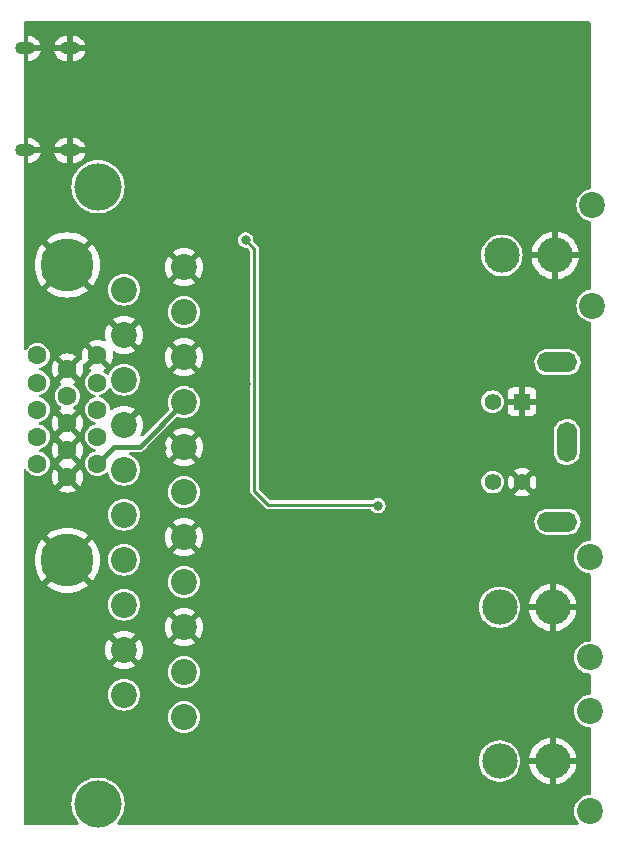
<source format=gbr>
%TF.GenerationSoftware,KiCad,Pcbnew,8.0.7*%
%TF.CreationDate,2025-01-22T15:24:25+13:00*%
%TF.ProjectId,rgbntsc,7267626e-7473-4632-9e6b-696361645f70,rev?*%
%TF.SameCoordinates,Original*%
%TF.FileFunction,Copper,L2,Bot*%
%TF.FilePolarity,Positive*%
%FSLAX46Y46*%
G04 Gerber Fmt 4.6, Leading zero omitted, Abs format (unit mm)*
G04 Created by KiCad (PCBNEW 8.0.7) date 2025-01-22 15:24:25*
%MOMM*%
%LPD*%
G01*
G04 APERTURE LIST*
%TA.AperFunction,ComponentPad*%
%ADD10C,4.000000*%
%TD*%
%TA.AperFunction,ComponentPad*%
%ADD11C,2.200000*%
%TD*%
%TA.AperFunction,ComponentPad*%
%ADD12O,1.700000X1.100000*%
%TD*%
%TA.AperFunction,ComponentPad*%
%ADD13C,1.600000*%
%TD*%
%TA.AperFunction,ComponentPad*%
%ADD14C,4.500000*%
%TD*%
%TA.AperFunction,WasherPad*%
%ADD15C,2.200000*%
%TD*%
%TA.AperFunction,ComponentPad*%
%ADD16O,3.000000X3.000000*%
%TD*%
%TA.AperFunction,ComponentPad*%
%ADD17R,1.408000X1.408000*%
%TD*%
%TA.AperFunction,ComponentPad*%
%ADD18C,1.408000*%
%TD*%
%TA.AperFunction,ComponentPad*%
%ADD19O,3.400000X1.700000*%
%TD*%
%TA.AperFunction,ComponentPad*%
%ADD20O,1.700000X3.400000*%
%TD*%
%TA.AperFunction,ViaPad*%
%ADD21C,0.800000*%
%TD*%
%TA.AperFunction,Conductor*%
%ADD22C,0.400000*%
%TD*%
%TA.AperFunction,Conductor*%
%ADD23C,0.250000*%
%TD*%
G04 APERTURE END LIST*
D10*
%TO.P,J3,0*%
%TO.N,N/C*%
X27200000Y-55000000D03*
X27200000Y-107270000D03*
D11*
%TO.P,J3,1,AUD_OUT_R*%
%TO.N,unconnected-(J3-AUD_OUT_R-Pad1)*%
X34480000Y-99905000D03*
%TO.P,J3,2,AUD_IN_R*%
%TO.N,Net-(J3-AUD_IN_R)*%
X29400000Y-98000000D03*
%TO.P,J3,3,AUD_OUT_L*%
%TO.N,unconnected-(J3-AUD_OUT_L-Pad3)*%
X34480000Y-96095000D03*
%TO.P,J3,4,AUD_GND*%
%TO.N,GND*%
X29400000Y-94190000D03*
%TO.P,J3,5,RGB_B_GND*%
X34480000Y-92285000D03*
%TO.P,J3,6,AUD_IN_L*%
%TO.N,Net-(J3-AUD_IN_L)*%
X29400000Y-90380000D03*
%TO.P,J3,7,RGB_B*%
%TO.N,/Blue*%
X34480000Y-88475000D03*
%TO.P,J3,8,VID_STAT*%
%TO.N,VS*%
X29400000Y-86570000D03*
%TO.P,J3,9,RGB_G_GND*%
%TO.N,GND*%
X34480000Y-84665000D03*
%TO.P,J3,10,IOCTRL*%
%TO.N,unconnected-(J3-IOCTRL-Pad10)*%
X29400000Y-82760000D03*
%TO.P,J3,11,RGB_G*%
%TO.N,/Green*%
X34480000Y-80855000D03*
%TO.P,J3,12,RSV*%
%TO.N,unconnected-(J3-RSV-Pad12)*%
X29400000Y-78950000D03*
%TO.P,J3,13,RGB_R_GND*%
%TO.N,GND*%
X34480000Y-77045000D03*
%TO.P,J3,14,RGB_STAT_GND*%
X29400000Y-75140000D03*
%TO.P,J3,15,RGB_R*%
%TO.N,/Red*%
X34480000Y-73235000D03*
%TO.P,J3,16,RGB_STAT*%
%TO.N,unconnected-(J3-RGB_STAT-Pad16)*%
X29400000Y-71330000D03*
%TO.P,J3,17,SYNC_GND*%
%TO.N,GND*%
X34480000Y-69425000D03*
%TO.P,J3,18,SYNC_GND*%
X29400000Y-67520000D03*
%TO.P,J3,19,SYNC_OUT*%
%TO.N,unconnected-(J3-SYNC_OUT-Pad19)*%
X34480000Y-65615000D03*
%TO.P,J3,20,SYNC_IN*%
%TO.N,/CSYNC*%
X29400000Y-63710000D03*
%TO.P,J3,21,GND*%
%TO.N,GND*%
X34480000Y-61805000D03*
%TD*%
D12*
%TO.P,J1,S1,SHIELD*%
%TO.N,GND*%
X21000000Y-51920000D03*
X24800000Y-51920000D03*
X21000000Y-43280000D03*
X24800000Y-43280000D03*
%TD*%
D13*
%TO.P,J2,1,RED*%
%TO.N,/Red*%
X27140000Y-78440000D03*
%TO.P,J2,2,GREEN*%
%TO.N,/Green*%
X27140000Y-76150000D03*
%TO.P,J2,3,BLUE*%
%TO.N,/Blue*%
X27140000Y-73860000D03*
%TO.P,J2,4,ID2/RES*%
%TO.N,unconnected-(J2-ID2{slash}RES-Pad4)*%
X27140000Y-71570000D03*
%TO.P,J2,5,GND_HSYNC*%
%TO.N,GND*%
X27140000Y-69280000D03*
%TO.P,J2,6,RED_RTN*%
X24600000Y-79580000D03*
%TO.P,J2,7,GREEN_RTN*%
X24600000Y-77290000D03*
%TO.P,J2,8,BLUE_RTN*%
X24600000Y-75000000D03*
%TO.P,J2,9,KEY/PWR*%
%TO.N,unconnected-(J2-KEY{slash}PWR-Pad9)*%
X24600000Y-72710000D03*
D14*
%TO.P,J2,10,GND_VSYNC*%
%TO.N,GND*%
X24600000Y-61620000D03*
D13*
X24600000Y-70420000D03*
D14*
X24600000Y-86620000D03*
D13*
%TO.P,J2,11,ID0/RES*%
%TO.N,unconnected-(J2-ID0{slash}RES-Pad11)*%
X22060000Y-78440000D03*
%TO.P,J2,12,ID1/SDA*%
%TO.N,unconnected-(J2-ID1{slash}SDA-Pad12)*%
X22060000Y-76150000D03*
%TO.P,J2,13,HSYNC*%
%TO.N,/HSYNC*%
X22060000Y-73860000D03*
%TO.P,J2,14,VSYNC*%
%TO.N,/VSYNC*%
X22060000Y-71570000D03*
%TO.P,J2,15,ID3/SCL*%
%TO.N,unconnected-(J2-ID3{slash}SCL-Pad15)*%
X22060000Y-69280000D03*
%TD*%
D15*
%TO.P,JR1,*%
%TO.N,*%
X68850000Y-86350000D03*
X68850000Y-94850000D03*
D16*
%TO.P,JR1,1,In*%
%TO.N,Net-(J3-AUD_IN_R)*%
X61200000Y-90600000D03*
%TO.P,JR1,2,Ext*%
%TO.N,GND*%
X65700000Y-90600000D03*
%TD*%
D15*
%TO.P,JU1,*%
%TO.N,*%
X68850000Y-99370000D03*
X68850000Y-107870000D03*
D16*
%TO.P,JU1,1,In*%
%TO.N,Net-(J3-AUD_IN_L)*%
X61200000Y-103620000D03*
%TO.P,JU1,2,Ext*%
%TO.N,GND*%
X65700000Y-103620000D03*
%TD*%
D17*
%TO.P,J4,1*%
%TO.N,GND*%
X63100000Y-73200000D03*
D18*
%TO.P,J4,2*%
X63100000Y-80000000D03*
%TO.P,J4,3*%
%TO.N,Net-(C13-Pad2)*%
X60600000Y-73200000D03*
%TO.P,J4,4*%
%TO.N,Net-(C14-Pad2)*%
X60600000Y-80000000D03*
D19*
%TO.P,J4,S1*%
%TO.N,N/C*%
X66100000Y-69850000D03*
D20*
%TO.P,J4,S2*%
X66900000Y-76600000D03*
D19*
%TO.P,J4,S3*%
X66100000Y-83350000D03*
%TD*%
D11*
%TO.P,JR2,0*%
%TO.N,N/C*%
X69050000Y-56550000D03*
X69050000Y-65050000D03*
D16*
%TO.P,JR2,1,In*%
%TO.N,Net-(JR2-In)*%
X61400000Y-60800000D03*
%TO.P,JR2,2,Ext*%
%TO.N,GND*%
X65900000Y-60800000D03*
%TD*%
D21*
%TO.N,GND*%
X49300000Y-43900000D03*
X38200000Y-49700000D03*
X57000000Y-89400000D03*
X48200000Y-81000000D03*
X36400000Y-79400000D03*
X37900000Y-66400000D03*
X43800000Y-72600000D03*
X56300000Y-100200000D03*
X25500000Y-93800000D03*
X43300000Y-50300000D03*
X55700000Y-67400000D03*
X59200000Y-69900000D03*
X59450000Y-67950000D03*
X41200000Y-94100000D03*
X62400000Y-53400000D03*
X36700000Y-107700000D03*
X39500000Y-77500000D03*
X52600000Y-102300000D03*
X59350000Y-58300000D03*
X44600000Y-108500000D03*
X32000000Y-80700000D03*
X25700000Y-101200000D03*
X41200000Y-86300000D03*
X55600000Y-60100000D03*
X49900000Y-63800000D03*
X50100000Y-52400000D03*
X58900000Y-61200000D03*
X40400000Y-52900000D03*
X41200000Y-101350000D03*
X36400000Y-86600000D03*
X46200000Y-53300000D03*
X29800000Y-44400000D03*
X61750000Y-67000000D03*
X38000000Y-100100000D03*
X41200000Y-97000000D03*
X31500000Y-41900000D03*
X21900000Y-66100000D03*
X27100000Y-67200000D03*
X47900000Y-93200000D03*
X22800000Y-54600000D03*
X48100000Y-55300000D03*
X60100000Y-43400000D03*
X32200000Y-98400000D03*
X25800000Y-64700000D03*
X45600000Y-99150000D03*
X27800000Y-79900000D03*
X59100000Y-46800000D03*
X56000000Y-82100000D03*
X54200000Y-66900000D03*
X41600000Y-75600000D03*
X57100000Y-43300000D03*
X50000000Y-71500000D03*
X38000000Y-95800000D03*
X22700000Y-46300000D03*
X44800000Y-65800000D03*
X54100000Y-47100000D03*
X35500000Y-50000000D03*
X63600000Y-94800000D03*
X59850000Y-62700000D03*
X41200000Y-99200000D03*
X32100000Y-44800000D03*
X51500000Y-63800000D03*
X50000000Y-49900000D03*
X22700000Y-48900000D03*
X30900000Y-84600000D03*
X48100000Y-51900000D03*
X55300000Y-49300000D03*
X24300000Y-57500000D03*
X33200000Y-82800000D03*
X28255027Y-88554594D03*
X52000000Y-60300000D03*
X54600000Y-107200000D03*
X34100000Y-48400000D03*
X51900000Y-66900000D03*
X41200000Y-107150000D03*
X59600000Y-107300000D03*
X57200000Y-86000000D03*
X43500000Y-75300000D03*
X36300000Y-72600000D03*
X60300000Y-100900000D03*
X29900000Y-105900000D03*
X43400000Y-55000000D03*
X61500000Y-70200000D03*
X28700000Y-100400000D03*
X54800000Y-52100000D03*
X51500000Y-91700000D03*
X44600000Y-62500000D03*
X64500000Y-48700000D03*
X32200000Y-57800000D03*
X57000000Y-78200000D03*
X51200000Y-87600000D03*
X51900000Y-70000000D03*
X37000000Y-42000000D03*
X33600000Y-45300000D03*
X39500000Y-74900000D03*
X43250000Y-104200000D03*
X44900000Y-59000000D03*
X39100000Y-103600000D03*
X50100000Y-79600000D03*
X65100000Y-55900000D03*
X45100000Y-79600000D03*
X51900000Y-52000000D03*
X41900000Y-68900000D03*
X27800000Y-84700000D03*
X37500000Y-61400000D03*
X48300000Y-82800000D03*
X59450000Y-56450000D03*
X58600000Y-79700000D03*
X45250000Y-102900000D03*
X33100000Y-87100000D03*
X23200000Y-67400000D03*
X60000000Y-95000000D03*
X29300000Y-51900000D03*
X48000000Y-57800000D03*
X43200000Y-57300000D03*
X55900000Y-71300000D03*
X48200000Y-61700000D03*
X47700000Y-70200000D03*
X56700000Y-74400000D03*
X47300000Y-67800000D03*
X41100000Y-90300000D03*
X49900000Y-67600000D03*
X41700000Y-71200000D03*
X60800000Y-48900000D03*
X32400000Y-48500000D03*
X58550000Y-64350000D03*
X60000000Y-75200000D03*
X37800000Y-58000000D03*
X66300000Y-52600000D03*
X42600000Y-82700000D03*
X61800000Y-64300000D03*
X47100000Y-59300000D03*
X36300000Y-102100000D03*
X26500000Y-50900000D03*
X53400000Y-49800000D03*
X28100000Y-42200000D03*
X37500000Y-55400000D03*
X32500000Y-89900000D03*
X32600000Y-77100000D03*
X31300000Y-74000000D03*
X52900000Y-86400000D03*
X57000000Y-52800000D03*
X49900000Y-54900000D03*
X60600000Y-78500000D03*
X39700000Y-71700000D03*
X57000000Y-63600000D03*
X49900000Y-60100000D03*
X41500000Y-61600000D03*
X42500000Y-81000000D03*
X42400000Y-79500000D03*
%TO.N,/SYNC*%
X50900000Y-82000000D03*
X39700000Y-59500000D03*
%TD*%
D22*
%TO.N,/Red*%
X28580000Y-77000000D02*
X30715000Y-77000000D01*
X30715000Y-77000000D02*
X34480000Y-73235000D01*
X27140000Y-78440000D02*
X28580000Y-77000000D01*
D23*
%TO.N,/SYNC*%
X40425001Y-80725001D02*
X41600000Y-81900000D01*
X39700000Y-59500000D02*
X40425001Y-60225001D01*
X40425001Y-60225001D02*
X40425001Y-80725001D01*
X41600000Y-81900000D02*
X50800000Y-81900000D01*
X50800000Y-81900000D02*
X50900000Y-82000000D01*
%TD*%
%TA.AperFunction,Conductor*%
%TO.N,GND*%
G36*
X68842121Y-41020002D02*
G01*
X68888614Y-41073658D01*
X68900000Y-41126000D01*
X68900000Y-55095369D01*
X68879998Y-55163490D01*
X68826342Y-55209983D01*
X68806616Y-55217073D01*
X68714771Y-55241683D01*
X68586338Y-55276096D01*
X68586334Y-55276098D01*
X68372167Y-55375966D01*
X68178607Y-55511498D01*
X68178596Y-55511507D01*
X68011507Y-55678596D01*
X68011498Y-55678607D01*
X67875966Y-55872167D01*
X67776098Y-56086334D01*
X67776096Y-56086338D01*
X67714937Y-56314588D01*
X67694341Y-56549999D01*
X67714937Y-56785411D01*
X67776096Y-57013661D01*
X67776098Y-57013665D01*
X67875965Y-57227830D01*
X67881709Y-57236034D01*
X68011505Y-57421401D01*
X68178599Y-57588495D01*
X68372170Y-57724035D01*
X68586337Y-57823903D01*
X68806612Y-57882924D01*
X68867233Y-57919875D01*
X68898255Y-57983736D01*
X68900000Y-58004631D01*
X68900000Y-63595369D01*
X68879998Y-63663490D01*
X68826342Y-63709983D01*
X68806616Y-63717073D01*
X68714771Y-63741683D01*
X68586338Y-63776096D01*
X68586334Y-63776098D01*
X68372167Y-63875966D01*
X68178607Y-64011498D01*
X68178596Y-64011507D01*
X68011507Y-64178596D01*
X68011498Y-64178607D01*
X67875966Y-64372167D01*
X67776098Y-64586334D01*
X67776096Y-64586338D01*
X67714937Y-64814588D01*
X67694341Y-65050000D01*
X67714937Y-65285411D01*
X67740173Y-65379592D01*
X67776097Y-65513663D01*
X67875965Y-65727830D01*
X68011505Y-65921401D01*
X68178599Y-66088495D01*
X68372170Y-66224035D01*
X68586337Y-66323903D01*
X68806612Y-66382924D01*
X68867233Y-66419875D01*
X68898255Y-66483736D01*
X68900000Y-66504631D01*
X68900000Y-84874508D01*
X68879998Y-84942629D01*
X68826342Y-84989122D01*
X68784983Y-85000028D01*
X68614596Y-85014936D01*
X68614590Y-85014937D01*
X68386338Y-85076096D01*
X68386334Y-85076098D01*
X68172167Y-85175966D01*
X67978607Y-85311498D01*
X67978596Y-85311507D01*
X67811507Y-85478596D01*
X67811498Y-85478607D01*
X67675966Y-85672167D01*
X67576098Y-85886334D01*
X67576096Y-85886338D01*
X67514937Y-86114588D01*
X67494341Y-86350000D01*
X67514937Y-86585411D01*
X67576096Y-86813661D01*
X67576097Y-86813663D01*
X67653293Y-86979210D01*
X67675965Y-87027830D01*
X67797288Y-87201098D01*
X67811505Y-87221401D01*
X67978599Y-87388495D01*
X68172170Y-87524035D01*
X68386337Y-87623903D01*
X68614588Y-87685062D01*
X68614589Y-87685062D01*
X68614592Y-87685063D01*
X68784985Y-87699970D01*
X68851099Y-87725832D01*
X68892739Y-87783336D01*
X68900000Y-87825490D01*
X68900000Y-93374508D01*
X68879998Y-93442629D01*
X68826342Y-93489122D01*
X68784983Y-93500028D01*
X68614596Y-93514936D01*
X68614590Y-93514937D01*
X68386338Y-93576096D01*
X68386334Y-93576098D01*
X68172167Y-93675966D01*
X67978607Y-93811498D01*
X67978596Y-93811507D01*
X67811507Y-93978596D01*
X67811498Y-93978607D01*
X67675966Y-94172167D01*
X67576098Y-94386334D01*
X67576096Y-94386338D01*
X67514937Y-94614588D01*
X67494341Y-94849999D01*
X67514937Y-95085411D01*
X67576096Y-95313661D01*
X67576098Y-95313665D01*
X67675965Y-95527830D01*
X67745521Y-95627167D01*
X67811505Y-95721401D01*
X67978599Y-95888495D01*
X68172170Y-96024035D01*
X68386337Y-96123903D01*
X68614588Y-96185062D01*
X68614589Y-96185062D01*
X68614592Y-96185063D01*
X68784985Y-96199970D01*
X68851099Y-96225832D01*
X68892739Y-96283336D01*
X68900000Y-96325490D01*
X68900000Y-97894508D01*
X68879998Y-97962629D01*
X68826342Y-98009122D01*
X68784983Y-98020028D01*
X68614596Y-98034936D01*
X68614590Y-98034937D01*
X68386338Y-98096096D01*
X68386334Y-98096098D01*
X68172167Y-98195966D01*
X67978607Y-98331498D01*
X67978596Y-98331507D01*
X67811507Y-98498596D01*
X67811498Y-98498607D01*
X67675966Y-98692167D01*
X67576098Y-98906334D01*
X67576096Y-98906338D01*
X67514937Y-99134588D01*
X67494341Y-99369999D01*
X67514937Y-99605411D01*
X67576096Y-99833661D01*
X67576097Y-99833663D01*
X67675965Y-100047830D01*
X67811505Y-100241401D01*
X67978599Y-100408495D01*
X68172170Y-100544035D01*
X68386337Y-100643903D01*
X68614588Y-100705062D01*
X68614589Y-100705062D01*
X68614592Y-100705063D01*
X68784985Y-100719970D01*
X68851099Y-100745832D01*
X68892739Y-100803336D01*
X68900000Y-100845490D01*
X68900000Y-106394508D01*
X68879998Y-106462629D01*
X68826342Y-106509122D01*
X68784983Y-106520028D01*
X68614596Y-106534936D01*
X68614590Y-106534937D01*
X68386338Y-106596096D01*
X68386334Y-106596098D01*
X68172167Y-106695966D01*
X67978607Y-106831498D01*
X67978596Y-106831507D01*
X67811507Y-106998596D01*
X67811498Y-106998607D01*
X67675966Y-107192167D01*
X67576098Y-107406334D01*
X67576096Y-107406338D01*
X67514937Y-107634588D01*
X67494341Y-107870000D01*
X67514937Y-108105411D01*
X67576096Y-108333661D01*
X67576098Y-108333665D01*
X67675965Y-108547830D01*
X67811502Y-108741397D01*
X67811507Y-108741403D01*
X67855009Y-108784905D01*
X67889035Y-108847217D01*
X67883970Y-108918032D01*
X67841423Y-108974868D01*
X67774903Y-108999679D01*
X67765914Y-109000000D01*
X28954242Y-109000000D01*
X28886121Y-108979998D01*
X28839628Y-108926342D01*
X28829524Y-108856068D01*
X28859018Y-108791488D01*
X28859433Y-108791010D01*
X28989273Y-108642957D01*
X29153172Y-108397665D01*
X29283652Y-108133077D01*
X29378481Y-107853722D01*
X29436034Y-107564380D01*
X29455329Y-107270000D01*
X29450227Y-107192167D01*
X29445681Y-107122809D01*
X29436034Y-106975620D01*
X29378481Y-106686278D01*
X29283652Y-106406923D01*
X29153172Y-106142336D01*
X28989273Y-105897043D01*
X28794758Y-105675242D01*
X28572957Y-105480727D01*
X28572958Y-105480727D01*
X28572955Y-105480725D01*
X28327662Y-105316826D01*
X28063083Y-105186351D01*
X28063077Y-105186348D01*
X27927213Y-105140228D01*
X27783727Y-105091520D01*
X27783720Y-105091518D01*
X27494393Y-105033968D01*
X27494375Y-105033965D01*
X27200003Y-105014671D01*
X27199997Y-105014671D01*
X26905624Y-105033965D01*
X26905606Y-105033968D01*
X26616279Y-105091518D01*
X26616272Y-105091520D01*
X26336923Y-105186347D01*
X26072338Y-105316826D01*
X25827050Y-105480721D01*
X25605242Y-105675242D01*
X25410721Y-105897050D01*
X25246826Y-106142338D01*
X25116347Y-106406923D01*
X25021520Y-106686272D01*
X25021518Y-106686279D01*
X24963968Y-106975606D01*
X24963965Y-106975624D01*
X24944671Y-107269996D01*
X24944671Y-107270003D01*
X24963965Y-107564375D01*
X24963968Y-107564393D01*
X25021518Y-107853720D01*
X25021520Y-107853727D01*
X25084187Y-108038336D01*
X25116348Y-108133077D01*
X25116351Y-108133083D01*
X25246826Y-108397662D01*
X25410725Y-108642955D01*
X25410727Y-108642957D01*
X25540490Y-108790923D01*
X25570367Y-108855326D01*
X25560681Y-108925659D01*
X25514508Y-108979591D01*
X25446508Y-108999998D01*
X25445758Y-109000000D01*
X21026000Y-109000000D01*
X20957879Y-108979998D01*
X20911386Y-108926342D01*
X20900000Y-108874000D01*
X20900000Y-103620000D01*
X59444592Y-103620000D01*
X59464198Y-103881633D01*
X59522580Y-104137417D01*
X59522581Y-104137419D01*
X59618430Y-104381639D01*
X59618433Y-104381647D01*
X59749611Y-104608853D01*
X59749613Y-104608856D01*
X59749614Y-104608857D01*
X59913195Y-104813981D01*
X60105521Y-104992433D01*
X60105527Y-104992437D01*
X60322286Y-105140222D01*
X60322293Y-105140226D01*
X60322296Y-105140228D01*
X60458570Y-105205854D01*
X60558672Y-105254061D01*
X60558685Y-105254066D01*
X60809380Y-105331395D01*
X60809383Y-105331395D01*
X60809385Y-105331396D01*
X61068818Y-105370500D01*
X61068823Y-105370500D01*
X61331177Y-105370500D01*
X61331182Y-105370500D01*
X61590615Y-105331396D01*
X61590617Y-105331395D01*
X61590619Y-105331395D01*
X61841314Y-105254066D01*
X61841316Y-105254064D01*
X61841323Y-105254063D01*
X62077704Y-105140228D01*
X62294479Y-104992433D01*
X62486805Y-104813981D01*
X62650386Y-104608857D01*
X62758346Y-104421865D01*
X62781566Y-104381647D01*
X62781568Y-104381643D01*
X62877420Y-104137416D01*
X62935802Y-103881630D01*
X62936374Y-103874000D01*
X63704681Y-103874000D01*
X63706052Y-103894050D01*
X63706052Y-103894051D01*
X63761942Y-104163011D01*
X63761944Y-104163019D01*
X63853938Y-104421865D01*
X63980314Y-104665756D01*
X63980322Y-104665770D01*
X64138729Y-104890182D01*
X64326228Y-105090944D01*
X64326236Y-105090951D01*
X64539325Y-105264312D01*
X64774030Y-105407038D01*
X65025989Y-105516480D01*
X65290509Y-105590595D01*
X65445998Y-105611967D01*
X65446000Y-105611966D01*
X65446000Y-104818845D01*
X65497543Y-104843100D01*
X65658862Y-104873873D01*
X65822766Y-104863561D01*
X65954000Y-104820920D01*
X65954000Y-105611966D01*
X65954001Y-105611967D01*
X66109490Y-105590595D01*
X66374010Y-105516480D01*
X66625969Y-105407038D01*
X66860674Y-105264312D01*
X67073763Y-105090951D01*
X67073771Y-105090944D01*
X67261270Y-104890182D01*
X67419677Y-104665770D01*
X67419685Y-104665756D01*
X67546061Y-104421865D01*
X67638055Y-104163019D01*
X67638057Y-104163011D01*
X67693947Y-103894051D01*
X67693947Y-103894050D01*
X67695318Y-103874000D01*
X66350000Y-103874000D01*
X66350000Y-103366000D01*
X67695318Y-103366000D01*
X67695318Y-103365999D01*
X67693947Y-103345949D01*
X67693947Y-103345948D01*
X67638057Y-103076988D01*
X67638055Y-103076980D01*
X67546061Y-102818134D01*
X67419685Y-102574243D01*
X67419677Y-102574229D01*
X67261270Y-102349817D01*
X67073771Y-102149055D01*
X67073763Y-102149048D01*
X66860674Y-101975687D01*
X66625969Y-101832961D01*
X66374010Y-101723519D01*
X66109490Y-101649404D01*
X65954000Y-101628031D01*
X65954000Y-102421154D01*
X65902457Y-102396900D01*
X65741138Y-102366127D01*
X65577234Y-102376439D01*
X65445999Y-102419079D01*
X65445999Y-101628032D01*
X65445999Y-101628031D01*
X65290511Y-101649404D01*
X65290507Y-101649404D01*
X65025989Y-101723519D01*
X64774030Y-101832961D01*
X64539325Y-101975687D01*
X64326236Y-102149048D01*
X64326228Y-102149055D01*
X64138729Y-102349817D01*
X63980322Y-102574229D01*
X63980314Y-102574243D01*
X63853938Y-102818134D01*
X63761944Y-103076980D01*
X63761942Y-103076988D01*
X63706052Y-103345948D01*
X63706052Y-103345949D01*
X63704681Y-103365999D01*
X63704682Y-103366000D01*
X65050000Y-103366000D01*
X65050000Y-103874000D01*
X63704681Y-103874000D01*
X62936374Y-103874000D01*
X62955408Y-103620000D01*
X62935802Y-103358370D01*
X62877420Y-103102584D01*
X62781568Y-102858357D01*
X62781567Y-102858356D01*
X62781566Y-102858352D01*
X62650388Y-102631146D01*
X62605009Y-102574243D01*
X62486805Y-102426019D01*
X62294479Y-102247567D01*
X62294472Y-102247562D01*
X62077713Y-102099777D01*
X62077706Y-102099773D01*
X61841327Y-101985938D01*
X61841314Y-101985933D01*
X61590619Y-101908604D01*
X61475311Y-101891224D01*
X61331182Y-101869500D01*
X61068818Y-101869500D01*
X60939101Y-101889052D01*
X60809380Y-101908604D01*
X60558685Y-101985933D01*
X60558672Y-101985938D01*
X60322293Y-102099773D01*
X60322286Y-102099777D01*
X60105527Y-102247562D01*
X60105522Y-102247566D01*
X59913195Y-102426018D01*
X59749611Y-102631146D01*
X59618433Y-102858352D01*
X59618430Y-102858360D01*
X59522581Y-103102580D01*
X59522580Y-103102582D01*
X59464198Y-103358366D01*
X59444592Y-103620000D01*
X20900000Y-103620000D01*
X20900000Y-99904999D01*
X33124341Y-99904999D01*
X33144937Y-100140411D01*
X33206096Y-100368661D01*
X33206098Y-100368665D01*
X33305965Y-100582830D01*
X33391553Y-100705063D01*
X33441505Y-100776401D01*
X33608599Y-100943495D01*
X33802170Y-101079035D01*
X34016337Y-101178903D01*
X34244592Y-101240063D01*
X34480000Y-101260659D01*
X34715408Y-101240063D01*
X34943663Y-101178903D01*
X35157830Y-101079035D01*
X35351401Y-100943495D01*
X35518495Y-100776401D01*
X35654035Y-100582830D01*
X35753903Y-100368663D01*
X35815063Y-100140408D01*
X35835659Y-99905000D01*
X35815063Y-99669592D01*
X35753903Y-99441337D01*
X35654035Y-99227171D01*
X35654034Y-99227170D01*
X35654033Y-99227167D01*
X35518501Y-99033607D01*
X35518498Y-99033603D01*
X35518495Y-99033599D01*
X35351401Y-98866505D01*
X35157830Y-98730965D01*
X34943663Y-98631097D01*
X34943661Y-98631096D01*
X34715411Y-98569937D01*
X34538851Y-98554490D01*
X34480000Y-98549341D01*
X34479999Y-98549341D01*
X34244588Y-98569937D01*
X34016338Y-98631096D01*
X34016334Y-98631098D01*
X33802167Y-98730966D01*
X33608607Y-98866498D01*
X33608596Y-98866507D01*
X33441507Y-99033596D01*
X33441498Y-99033607D01*
X33305966Y-99227167D01*
X33206098Y-99441334D01*
X33206096Y-99441338D01*
X33144937Y-99669588D01*
X33124341Y-99904999D01*
X20900000Y-99904999D01*
X20900000Y-98000000D01*
X28044341Y-98000000D01*
X28064937Y-98235411D01*
X28126096Y-98463661D01*
X28126098Y-98463665D01*
X28225965Y-98677830D01*
X28358074Y-98866502D01*
X28361505Y-98871401D01*
X28528599Y-99038495D01*
X28722170Y-99174035D01*
X28936337Y-99273903D01*
X29164592Y-99335063D01*
X29400000Y-99355659D01*
X29635408Y-99335063D01*
X29863663Y-99273903D01*
X30077830Y-99174035D01*
X30271401Y-99038495D01*
X30438495Y-98871401D01*
X30574035Y-98677830D01*
X30673903Y-98463663D01*
X30735063Y-98235408D01*
X30755659Y-98000000D01*
X30735063Y-97764592D01*
X30673903Y-97536337D01*
X30574035Y-97322171D01*
X30574034Y-97322170D01*
X30574033Y-97322167D01*
X30438501Y-97128607D01*
X30438498Y-97128603D01*
X30438495Y-97128599D01*
X30271401Y-96961505D01*
X30077830Y-96825965D01*
X29863663Y-96726097D01*
X29863661Y-96726096D01*
X29635411Y-96664937D01*
X29458851Y-96649490D01*
X29400000Y-96644341D01*
X29399999Y-96644341D01*
X29164588Y-96664937D01*
X28936338Y-96726096D01*
X28936334Y-96726098D01*
X28722167Y-96825966D01*
X28528607Y-96961498D01*
X28528596Y-96961507D01*
X28361507Y-97128596D01*
X28361498Y-97128607D01*
X28225966Y-97322167D01*
X28126098Y-97536334D01*
X28126096Y-97536338D01*
X28064937Y-97764588D01*
X28044341Y-98000000D01*
X20900000Y-98000000D01*
X20900000Y-96095000D01*
X33124341Y-96095000D01*
X33144937Y-96330411D01*
X33206096Y-96558661D01*
X33206098Y-96558665D01*
X33305965Y-96772830D01*
X33438074Y-96961502D01*
X33441505Y-96966401D01*
X33608599Y-97133495D01*
X33802170Y-97269035D01*
X34016337Y-97368903D01*
X34244592Y-97430063D01*
X34480000Y-97450659D01*
X34715408Y-97430063D01*
X34943663Y-97368903D01*
X35157830Y-97269035D01*
X35351401Y-97133495D01*
X35518495Y-96966401D01*
X35654035Y-96772830D01*
X35753903Y-96558663D01*
X35815063Y-96330408D01*
X35835659Y-96095000D01*
X35815063Y-95859592D01*
X35753903Y-95631337D01*
X35654035Y-95417171D01*
X35654034Y-95417170D01*
X35654033Y-95417167D01*
X35518501Y-95223607D01*
X35518498Y-95223603D01*
X35518495Y-95223599D01*
X35351401Y-95056505D01*
X35157830Y-94920965D01*
X34943663Y-94821097D01*
X34943661Y-94821096D01*
X34715411Y-94759937D01*
X34538851Y-94744490D01*
X34480000Y-94739341D01*
X34479999Y-94739341D01*
X34244588Y-94759937D01*
X34016338Y-94821096D01*
X34016334Y-94821098D01*
X33802167Y-94920966D01*
X33608607Y-95056498D01*
X33608596Y-95056507D01*
X33441507Y-95223596D01*
X33441498Y-95223607D01*
X33305966Y-95417167D01*
X33206098Y-95631334D01*
X33206096Y-95631338D01*
X33144937Y-95859588D01*
X33124341Y-96095000D01*
X20900000Y-96095000D01*
X20900000Y-94189999D01*
X27787028Y-94189999D01*
X27806886Y-94442323D01*
X27865971Y-94688434D01*
X27962830Y-94922272D01*
X28094177Y-95136611D01*
X28094178Y-95136611D01*
X28796065Y-94434724D01*
X28807188Y-94468956D01*
X28895186Y-94607619D01*
X29014903Y-94720040D01*
X29153160Y-94796048D01*
X28453387Y-95495820D01*
X28453387Y-95495822D01*
X28667727Y-95627169D01*
X28901565Y-95724028D01*
X29147676Y-95783113D01*
X29400000Y-95802971D01*
X29652323Y-95783113D01*
X29898434Y-95724028D01*
X30132277Y-95627167D01*
X30346611Y-95495822D01*
X30346611Y-95495820D01*
X29643482Y-94792691D01*
X29715629Y-94764126D01*
X29848492Y-94667595D01*
X29953175Y-94541055D01*
X30003441Y-94434232D01*
X30705820Y-95136611D01*
X30705822Y-95136611D01*
X30837167Y-94922277D01*
X30934028Y-94688434D01*
X30993113Y-94442323D01*
X31012971Y-94189999D01*
X30993113Y-93937676D01*
X30934028Y-93691565D01*
X30837169Y-93457727D01*
X30705822Y-93243387D01*
X30705820Y-93243387D01*
X30003933Y-93945273D01*
X29992812Y-93911044D01*
X29904814Y-93772381D01*
X29785097Y-93659960D01*
X29646838Y-93583951D01*
X30346611Y-92884178D01*
X30346611Y-92884177D01*
X30132272Y-92752830D01*
X29898434Y-92655971D01*
X29652323Y-92596886D01*
X29399999Y-92577028D01*
X29147676Y-92596886D01*
X28901565Y-92655971D01*
X28667727Y-92752830D01*
X28453387Y-92884176D01*
X28453387Y-92884178D01*
X29156517Y-93587309D01*
X29084371Y-93615874D01*
X28951508Y-93712405D01*
X28846825Y-93838945D01*
X28796558Y-93945767D01*
X28094178Y-93243387D01*
X28094176Y-93243387D01*
X27962830Y-93457727D01*
X27865971Y-93691565D01*
X27806886Y-93937676D01*
X27787028Y-94189999D01*
X20900000Y-94189999D01*
X20900000Y-92285000D01*
X32867028Y-92285000D01*
X32886886Y-92537323D01*
X32945971Y-92783434D01*
X33042830Y-93017272D01*
X33174177Y-93231611D01*
X33174178Y-93231611D01*
X33876065Y-92529724D01*
X33887188Y-92563956D01*
X33975186Y-92702619D01*
X34094903Y-92815040D01*
X34233160Y-92891048D01*
X33533387Y-93590820D01*
X33533387Y-93590822D01*
X33747727Y-93722169D01*
X33981565Y-93819028D01*
X34227676Y-93878113D01*
X34480000Y-93897971D01*
X34732323Y-93878113D01*
X34978434Y-93819028D01*
X35212277Y-93722167D01*
X35426611Y-93590822D01*
X35426611Y-93590820D01*
X34723482Y-92887691D01*
X34795629Y-92859126D01*
X34928492Y-92762595D01*
X35033175Y-92636055D01*
X35083442Y-92529232D01*
X35785820Y-93231611D01*
X35785822Y-93231611D01*
X35917167Y-93017277D01*
X36014028Y-92783434D01*
X36073113Y-92537323D01*
X36092971Y-92284999D01*
X36073113Y-92032676D01*
X36014028Y-91786565D01*
X35917169Y-91552727D01*
X35785822Y-91338387D01*
X35785820Y-91338387D01*
X35083933Y-92040273D01*
X35072812Y-92006044D01*
X34984814Y-91867381D01*
X34865097Y-91754960D01*
X34726839Y-91678951D01*
X35426611Y-90979178D01*
X35426611Y-90979177D01*
X35212272Y-90847830D01*
X34978434Y-90750971D01*
X34732323Y-90691886D01*
X34480000Y-90672028D01*
X34227676Y-90691886D01*
X33981565Y-90750971D01*
X33747727Y-90847830D01*
X33533387Y-90979176D01*
X33533387Y-90979178D01*
X34236517Y-91682308D01*
X34164371Y-91710874D01*
X34031508Y-91807405D01*
X33926825Y-91933945D01*
X33876558Y-92040767D01*
X33174178Y-91338387D01*
X33174176Y-91338387D01*
X33042830Y-91552727D01*
X32945971Y-91786565D01*
X32886886Y-92032676D01*
X32867028Y-92285000D01*
X20900000Y-92285000D01*
X20900000Y-90380000D01*
X28044341Y-90380000D01*
X28064937Y-90615411D01*
X28126096Y-90843661D01*
X28126097Y-90843663D01*
X28225965Y-91057830D01*
X28361505Y-91251401D01*
X28528599Y-91418495D01*
X28722170Y-91554035D01*
X28936337Y-91653903D01*
X29164592Y-91715063D01*
X29400000Y-91735659D01*
X29635408Y-91715063D01*
X29863663Y-91653903D01*
X30077830Y-91554035D01*
X30271401Y-91418495D01*
X30438495Y-91251401D01*
X30574035Y-91057830D01*
X30673903Y-90843663D01*
X30735063Y-90615408D01*
X30736411Y-90600000D01*
X59444592Y-90600000D01*
X59464198Y-90861633D01*
X59522580Y-91117417D01*
X59522581Y-91117419D01*
X59618430Y-91361639D01*
X59618433Y-91361647D01*
X59749611Y-91588853D01*
X59749613Y-91588856D01*
X59749614Y-91588857D01*
X59913195Y-91793981D01*
X60105521Y-91972433D01*
X60105527Y-91972437D01*
X60322286Y-92120222D01*
X60322293Y-92120226D01*
X60322296Y-92120228D01*
X60458570Y-92185854D01*
X60558672Y-92234061D01*
X60558685Y-92234066D01*
X60809380Y-92311395D01*
X60809383Y-92311395D01*
X60809385Y-92311396D01*
X61068818Y-92350500D01*
X61068823Y-92350500D01*
X61331177Y-92350500D01*
X61331182Y-92350500D01*
X61590615Y-92311396D01*
X61590617Y-92311395D01*
X61590619Y-92311395D01*
X61841314Y-92234066D01*
X61841316Y-92234064D01*
X61841323Y-92234063D01*
X62077704Y-92120228D01*
X62294479Y-91972433D01*
X62486805Y-91793981D01*
X62650386Y-91588857D01*
X62748743Y-91418497D01*
X62781566Y-91361647D01*
X62781568Y-91361643D01*
X62877420Y-91117416D01*
X62935802Y-90861630D01*
X62936374Y-90854000D01*
X63704681Y-90854000D01*
X63706052Y-90874050D01*
X63706052Y-90874051D01*
X63761942Y-91143011D01*
X63761944Y-91143019D01*
X63853938Y-91401865D01*
X63980314Y-91645756D01*
X63980322Y-91645770D01*
X64138729Y-91870182D01*
X64326228Y-92070944D01*
X64326236Y-92070951D01*
X64539325Y-92244312D01*
X64774030Y-92387038D01*
X65025989Y-92496480D01*
X65290509Y-92570595D01*
X65445998Y-92591967D01*
X65446000Y-92591966D01*
X65446000Y-91798845D01*
X65497543Y-91823100D01*
X65658862Y-91853873D01*
X65822766Y-91843561D01*
X65954000Y-91800920D01*
X65954000Y-92591966D01*
X65954001Y-92591967D01*
X66109490Y-92570595D01*
X66374010Y-92496480D01*
X66625969Y-92387038D01*
X66860674Y-92244312D01*
X67073763Y-92070951D01*
X67073771Y-92070944D01*
X67261270Y-91870182D01*
X67419677Y-91645770D01*
X67419685Y-91645756D01*
X67546061Y-91401865D01*
X67638055Y-91143019D01*
X67638057Y-91143011D01*
X67693947Y-90874051D01*
X67693947Y-90874050D01*
X67695318Y-90854000D01*
X66350000Y-90854000D01*
X66350000Y-90346000D01*
X67695318Y-90346000D01*
X67695318Y-90345999D01*
X67693947Y-90325949D01*
X67693947Y-90325948D01*
X67638057Y-90056988D01*
X67638055Y-90056980D01*
X67546061Y-89798134D01*
X67419685Y-89554243D01*
X67419677Y-89554229D01*
X67261270Y-89329817D01*
X67073771Y-89129055D01*
X67073763Y-89129048D01*
X66860674Y-88955687D01*
X66625969Y-88812961D01*
X66374010Y-88703519D01*
X66109490Y-88629404D01*
X65954000Y-88608031D01*
X65954000Y-89401154D01*
X65902457Y-89376900D01*
X65741138Y-89346127D01*
X65577234Y-89356439D01*
X65445999Y-89399079D01*
X65445999Y-88608032D01*
X65445999Y-88608031D01*
X65290511Y-88629404D01*
X65290507Y-88629404D01*
X65025989Y-88703519D01*
X64774030Y-88812961D01*
X64539325Y-88955687D01*
X64326236Y-89129048D01*
X64326228Y-89129055D01*
X64138729Y-89329817D01*
X63980322Y-89554229D01*
X63980314Y-89554243D01*
X63853938Y-89798134D01*
X63761944Y-90056980D01*
X63761942Y-90056988D01*
X63706052Y-90325948D01*
X63706052Y-90325949D01*
X63704681Y-90345999D01*
X63704682Y-90346000D01*
X65050000Y-90346000D01*
X65050000Y-90854000D01*
X63704681Y-90854000D01*
X62936374Y-90854000D01*
X62955408Y-90600000D01*
X62935802Y-90338370D01*
X62877420Y-90082584D01*
X62781568Y-89838357D01*
X62781567Y-89838356D01*
X62781566Y-89838352D01*
X62650388Y-89611146D01*
X62605009Y-89554243D01*
X62486805Y-89406019D01*
X62294479Y-89227567D01*
X62294472Y-89227562D01*
X62077713Y-89079777D01*
X62077706Y-89079773D01*
X61841327Y-88965938D01*
X61841314Y-88965933D01*
X61590619Y-88888604D01*
X61475311Y-88871224D01*
X61331182Y-88849500D01*
X61068818Y-88849500D01*
X60939101Y-88869052D01*
X60809380Y-88888604D01*
X60558685Y-88965933D01*
X60558672Y-88965938D01*
X60322293Y-89079773D01*
X60322286Y-89079777D01*
X60105527Y-89227562D01*
X60105522Y-89227566D01*
X59913195Y-89406018D01*
X59749611Y-89611146D01*
X59618433Y-89838352D01*
X59618430Y-89838360D01*
X59522581Y-90082580D01*
X59522580Y-90082582D01*
X59464198Y-90338366D01*
X59444592Y-90600000D01*
X30736411Y-90600000D01*
X30755659Y-90380000D01*
X30735063Y-90144592D01*
X30673903Y-89916337D01*
X30574035Y-89702171D01*
X30574034Y-89702170D01*
X30574033Y-89702167D01*
X30438501Y-89508607D01*
X30438498Y-89508603D01*
X30438495Y-89508599D01*
X30271401Y-89341505D01*
X30077830Y-89205965D01*
X29863663Y-89106097D01*
X29863661Y-89106096D01*
X29635411Y-89044937D01*
X29400000Y-89024341D01*
X29164588Y-89044937D01*
X28936338Y-89106096D01*
X28936334Y-89106098D01*
X28722167Y-89205966D01*
X28528607Y-89341498D01*
X28528596Y-89341507D01*
X28361507Y-89508596D01*
X28361498Y-89508607D01*
X28225966Y-89702167D01*
X28126098Y-89916334D01*
X28126096Y-89916338D01*
X28064937Y-90144588D01*
X28044341Y-90380000D01*
X20900000Y-90380000D01*
X20900000Y-86620001D01*
X21836959Y-86620001D01*
X21857104Y-86953045D01*
X21857105Y-86953048D01*
X21917247Y-87281236D01*
X22016514Y-87599795D01*
X22153443Y-87904038D01*
X22153446Y-87904044D01*
X22326058Y-88189579D01*
X22477678Y-88383111D01*
X23299994Y-87560794D01*
X23301570Y-87563365D01*
X23465130Y-87754870D01*
X23656635Y-87918430D01*
X23659203Y-87920004D01*
X22836887Y-88742320D01*
X23030420Y-88893941D01*
X23315955Y-89066553D01*
X23315961Y-89066556D01*
X23620204Y-89203485D01*
X23938763Y-89302752D01*
X24266951Y-89362894D01*
X24266954Y-89362895D01*
X24599999Y-89383041D01*
X24600001Y-89383041D01*
X24933045Y-89362895D01*
X24933048Y-89362894D01*
X25261236Y-89302752D01*
X25579795Y-89203485D01*
X25884038Y-89066556D01*
X25884044Y-89066553D01*
X26169585Y-88893938D01*
X26363110Y-88742321D01*
X26363111Y-88742320D01*
X26095790Y-88474999D01*
X33124341Y-88474999D01*
X33144937Y-88710411D01*
X33206096Y-88938661D01*
X33206097Y-88938663D01*
X33218813Y-88965933D01*
X33305965Y-89152830D01*
X33438074Y-89341502D01*
X33441505Y-89346401D01*
X33608599Y-89513495D01*
X33802170Y-89649035D01*
X34016337Y-89748903D01*
X34244592Y-89810063D01*
X34480000Y-89830659D01*
X34715408Y-89810063D01*
X34943663Y-89748903D01*
X35157830Y-89649035D01*
X35351401Y-89513495D01*
X35518495Y-89346401D01*
X35654035Y-89152830D01*
X35753903Y-88938663D01*
X35815063Y-88710408D01*
X35835659Y-88475000D01*
X35815063Y-88239592D01*
X35753903Y-88011337D01*
X35654035Y-87797171D01*
X35654034Y-87797170D01*
X35654033Y-87797167D01*
X35518501Y-87603607D01*
X35518498Y-87603603D01*
X35518495Y-87603599D01*
X35351401Y-87436505D01*
X35282831Y-87388492D01*
X35157830Y-87300965D01*
X34943665Y-87201098D01*
X34943661Y-87201096D01*
X34715411Y-87139937D01*
X34538851Y-87124490D01*
X34480000Y-87119341D01*
X34479999Y-87119341D01*
X34244588Y-87139937D01*
X34016338Y-87201096D01*
X34016334Y-87201098D01*
X33802167Y-87300966D01*
X33608607Y-87436498D01*
X33608596Y-87436507D01*
X33441507Y-87603596D01*
X33441498Y-87603607D01*
X33305966Y-87797167D01*
X33206098Y-88011334D01*
X33206096Y-88011338D01*
X33144937Y-88239588D01*
X33124341Y-88474999D01*
X26095790Y-88474999D01*
X25540795Y-87920004D01*
X25543365Y-87918430D01*
X25734870Y-87754870D01*
X25898430Y-87563365D01*
X25900004Y-87560795D01*
X26722320Y-88383111D01*
X26722321Y-88383110D01*
X26873938Y-88189585D01*
X27046553Y-87904044D01*
X27046556Y-87904038D01*
X27183485Y-87599795D01*
X27282752Y-87281236D01*
X27342894Y-86953048D01*
X27342895Y-86953045D01*
X27363041Y-86620001D01*
X27363041Y-86619998D01*
X27360017Y-86569999D01*
X28044341Y-86569999D01*
X28064937Y-86805411D01*
X28126096Y-87033661D01*
X28126098Y-87033665D01*
X28225965Y-87247830D01*
X28358074Y-87436502D01*
X28361505Y-87441401D01*
X28528599Y-87608495D01*
X28722170Y-87744035D01*
X28936337Y-87843903D01*
X29116359Y-87892139D01*
X29160766Y-87904038D01*
X29164592Y-87905063D01*
X29400000Y-87925659D01*
X29635408Y-87905063D01*
X29863663Y-87843903D01*
X30077830Y-87744035D01*
X30271401Y-87608495D01*
X30438495Y-87441401D01*
X30574035Y-87247830D01*
X30673903Y-87033663D01*
X30735063Y-86805408D01*
X30755659Y-86570000D01*
X30735063Y-86334592D01*
X30673903Y-86106337D01*
X30574035Y-85892171D01*
X30574034Y-85892170D01*
X30574033Y-85892167D01*
X30438501Y-85698607D01*
X30438498Y-85698603D01*
X30438495Y-85698599D01*
X30271401Y-85531505D01*
X30195843Y-85478599D01*
X30077830Y-85395965D01*
X29949151Y-85335961D01*
X29863663Y-85296097D01*
X29863661Y-85296096D01*
X29635411Y-85234937D01*
X29400000Y-85214341D01*
X29164588Y-85234937D01*
X28936338Y-85296096D01*
X28936334Y-85296098D01*
X28722167Y-85395966D01*
X28528607Y-85531498D01*
X28528596Y-85531507D01*
X28361507Y-85698596D01*
X28361498Y-85698607D01*
X28225966Y-85892167D01*
X28126098Y-86106334D01*
X28126096Y-86106338D01*
X28064937Y-86334588D01*
X28044341Y-86569999D01*
X27360017Y-86569999D01*
X27342895Y-86286954D01*
X27342894Y-86286951D01*
X27282752Y-85958763D01*
X27183485Y-85640204D01*
X27046556Y-85335961D01*
X27046553Y-85335955D01*
X26873941Y-85050420D01*
X26722320Y-84856887D01*
X25900003Y-85679203D01*
X25898430Y-85676635D01*
X25734870Y-85485130D01*
X25543365Y-85321570D01*
X25540794Y-85319995D01*
X26195789Y-84665000D01*
X32867028Y-84665000D01*
X32886886Y-84917323D01*
X32945971Y-85163434D01*
X33042830Y-85397272D01*
X33174177Y-85611611D01*
X33174178Y-85611611D01*
X33876065Y-84909724D01*
X33887188Y-84943956D01*
X33975186Y-85082619D01*
X34094903Y-85195040D01*
X34233160Y-85271048D01*
X33533387Y-85970820D01*
X33533387Y-85970822D01*
X33747727Y-86102169D01*
X33981565Y-86199028D01*
X34227676Y-86258113D01*
X34480000Y-86277971D01*
X34732323Y-86258113D01*
X34978434Y-86199028D01*
X35212277Y-86102167D01*
X35426611Y-85970822D01*
X35426611Y-85970820D01*
X34723482Y-85267691D01*
X34795629Y-85239126D01*
X34928492Y-85142595D01*
X35033175Y-85016055D01*
X35083441Y-84909232D01*
X35785820Y-85611611D01*
X35785822Y-85611611D01*
X35917167Y-85397277D01*
X36014028Y-85163434D01*
X36073113Y-84917323D01*
X36092971Y-84665000D01*
X36073113Y-84412676D01*
X36014028Y-84166565D01*
X35917169Y-83932727D01*
X35785822Y-83718387D01*
X35785820Y-83718387D01*
X35083933Y-84420273D01*
X35072812Y-84386044D01*
X34984814Y-84247381D01*
X34865097Y-84134960D01*
X34726838Y-84058951D01*
X35426611Y-83359178D01*
X35426611Y-83359177D01*
X35325793Y-83297396D01*
X64145745Y-83297396D01*
X64155744Y-83507319D01*
X64155746Y-83507332D01*
X64205295Y-83711572D01*
X64205298Y-83711583D01*
X64271690Y-83856959D01*
X64292604Y-83902753D01*
X64414514Y-84073952D01*
X64566622Y-84218986D01*
X64743428Y-84332613D01*
X64938543Y-84410725D01*
X65144915Y-84450500D01*
X65144919Y-84450500D01*
X67002423Y-84450500D01*
X67002425Y-84450500D01*
X67159218Y-84435528D01*
X67360875Y-84376316D01*
X67547682Y-84280011D01*
X67712886Y-84150092D01*
X67850519Y-83991256D01*
X67955604Y-83809244D01*
X67959326Y-83798492D01*
X67989407Y-83711576D01*
X68024344Y-83610633D01*
X68054254Y-83402602D01*
X68052186Y-83359178D01*
X68044255Y-83192680D01*
X68044254Y-83192675D01*
X68044254Y-83192670D01*
X67994704Y-82988424D01*
X67994701Y-82988419D01*
X67994701Y-82988416D01*
X67950100Y-82890755D01*
X67907396Y-82797247D01*
X67785486Y-82626048D01*
X67633378Y-82481014D01*
X67456572Y-82367387D01*
X67261457Y-82289275D01*
X67261456Y-82289274D01*
X67261454Y-82289274D01*
X67055089Y-82249500D01*
X67055085Y-82249500D01*
X65197575Y-82249500D01*
X65197573Y-82249500D01*
X65197555Y-82249501D01*
X65040792Y-82264470D01*
X65040777Y-82264473D01*
X64839127Y-82323683D01*
X64839116Y-82323687D01*
X64652321Y-82419986D01*
X64652318Y-82419988D01*
X64487115Y-82549907D01*
X64487107Y-82549914D01*
X64349485Y-82708738D01*
X64349479Y-82708746D01*
X64244396Y-82890755D01*
X64244393Y-82890760D01*
X64175658Y-83089359D01*
X64175654Y-83089374D01*
X64145745Y-83297396D01*
X35325793Y-83297396D01*
X35212272Y-83227830D01*
X34978434Y-83130971D01*
X34732323Y-83071886D01*
X34480000Y-83052028D01*
X34227676Y-83071886D01*
X33981565Y-83130971D01*
X33747727Y-83227830D01*
X33533387Y-83359176D01*
X33533387Y-83359178D01*
X34236517Y-84062309D01*
X34164371Y-84090874D01*
X34031508Y-84187405D01*
X33926825Y-84313945D01*
X33876558Y-84420767D01*
X33174178Y-83718387D01*
X33174176Y-83718387D01*
X33042830Y-83932727D01*
X32945971Y-84166565D01*
X32886886Y-84412676D01*
X32867028Y-84665000D01*
X26195789Y-84665000D01*
X26363111Y-84497678D01*
X26169579Y-84346058D01*
X25884044Y-84173446D01*
X25884038Y-84173443D01*
X25579795Y-84036514D01*
X25261236Y-83937247D01*
X24933048Y-83877105D01*
X24933045Y-83877104D01*
X24600001Y-83856959D01*
X24599999Y-83856959D01*
X24266954Y-83877104D01*
X24266951Y-83877105D01*
X23938763Y-83937247D01*
X23620204Y-84036514D01*
X23315961Y-84173443D01*
X23315955Y-84173446D01*
X23030414Y-84346061D01*
X22836887Y-84497678D01*
X23659204Y-85319995D01*
X23656635Y-85321570D01*
X23465130Y-85485130D01*
X23301570Y-85676635D01*
X23299995Y-85679204D01*
X22477678Y-84856887D01*
X22326061Y-85050414D01*
X22153446Y-85335955D01*
X22153443Y-85335961D01*
X22016514Y-85640204D01*
X21917247Y-85958763D01*
X21857105Y-86286951D01*
X21857104Y-86286954D01*
X21836959Y-86619998D01*
X21836959Y-86620001D01*
X20900000Y-86620001D01*
X20900000Y-82760000D01*
X28044341Y-82760000D01*
X28064937Y-82995411D01*
X28117795Y-83192680D01*
X28126097Y-83223663D01*
X28225965Y-83437830D01*
X28361505Y-83631401D01*
X28528599Y-83798495D01*
X28722170Y-83934035D01*
X28936337Y-84033903D01*
X29164592Y-84095063D01*
X29400000Y-84115659D01*
X29635408Y-84095063D01*
X29863663Y-84033903D01*
X30077830Y-83934035D01*
X30271401Y-83798495D01*
X30438495Y-83631401D01*
X30574035Y-83437830D01*
X30673903Y-83223663D01*
X30735063Y-82995408D01*
X30755659Y-82760000D01*
X30735063Y-82524592D01*
X30673903Y-82296337D01*
X30574035Y-82082171D01*
X30574034Y-82082170D01*
X30574033Y-82082167D01*
X30438501Y-81888607D01*
X30438498Y-81888603D01*
X30438495Y-81888599D01*
X30271401Y-81721505D01*
X30234223Y-81695473D01*
X30077830Y-81585965D01*
X29863665Y-81486098D01*
X29863661Y-81486096D01*
X29635411Y-81424937D01*
X29458852Y-81409490D01*
X29400000Y-81404341D01*
X29399999Y-81404341D01*
X29164588Y-81424937D01*
X28936338Y-81486096D01*
X28936334Y-81486098D01*
X28722167Y-81585966D01*
X28528607Y-81721498D01*
X28528596Y-81721507D01*
X28361507Y-81888596D01*
X28361498Y-81888607D01*
X28225966Y-82082167D01*
X28126098Y-82296334D01*
X28126096Y-82296338D01*
X28064937Y-82524588D01*
X28044341Y-82760000D01*
X20900000Y-82760000D01*
X20900000Y-79580000D01*
X23287004Y-79580000D01*
X23306951Y-79808002D01*
X23366186Y-80029068D01*
X23366188Y-80029073D01*
X23462913Y-80236501D01*
X23512899Y-80307888D01*
X24115638Y-79705149D01*
X24140507Y-79789844D01*
X24218239Y-79910798D01*
X24326900Y-80004952D01*
X24457685Y-80064680D01*
X24472412Y-80066797D01*
X23872110Y-80667098D01*
X23872110Y-80667100D01*
X23943498Y-80717086D01*
X24150926Y-80813811D01*
X24150931Y-80813813D01*
X24371999Y-80873048D01*
X24371995Y-80873048D01*
X24600000Y-80892995D01*
X24828002Y-80873048D01*
X24895357Y-80855000D01*
X33124341Y-80855000D01*
X33144937Y-81090411D01*
X33206096Y-81318661D01*
X33206098Y-81318665D01*
X33305965Y-81532830D01*
X33438074Y-81721502D01*
X33441505Y-81726401D01*
X33608599Y-81893495D01*
X33802170Y-82029035D01*
X34016337Y-82128903D01*
X34124318Y-82157836D01*
X34224871Y-82184779D01*
X34244592Y-82190063D01*
X34480000Y-82210659D01*
X34715408Y-82190063D01*
X34943663Y-82128903D01*
X35157830Y-82029035D01*
X35351401Y-81893495D01*
X35518495Y-81726401D01*
X35654035Y-81532830D01*
X35753903Y-81318663D01*
X35815063Y-81090408D01*
X35835659Y-80855000D01*
X35815063Y-80619592D01*
X35753903Y-80391337D01*
X35654035Y-80177171D01*
X35654034Y-80177170D01*
X35654033Y-80177167D01*
X35518501Y-79983607D01*
X35518498Y-79983603D01*
X35518495Y-79983599D01*
X35351401Y-79816505D01*
X35346225Y-79812881D01*
X35157830Y-79680965D01*
X35043882Y-79627830D01*
X34943663Y-79581097D01*
X34943661Y-79581096D01*
X34715411Y-79519937D01*
X34538852Y-79504490D01*
X34480000Y-79499341D01*
X34479999Y-79499341D01*
X34244588Y-79519937D01*
X34016338Y-79581096D01*
X34016334Y-79581098D01*
X33802167Y-79680966D01*
X33608607Y-79816498D01*
X33608596Y-79816507D01*
X33441507Y-79983596D01*
X33441498Y-79983607D01*
X33305966Y-80177167D01*
X33206098Y-80391334D01*
X33206096Y-80391338D01*
X33144937Y-80619588D01*
X33124341Y-80855000D01*
X24895357Y-80855000D01*
X25049068Y-80813813D01*
X25049073Y-80813811D01*
X25256497Y-80717088D01*
X25327888Y-80667099D01*
X25327888Y-80667097D01*
X24727588Y-80066797D01*
X24742315Y-80064680D01*
X24873100Y-80004952D01*
X24981761Y-79910798D01*
X25059493Y-79789844D01*
X25084360Y-79705150D01*
X25687098Y-80307888D01*
X25687099Y-80307888D01*
X25737088Y-80236497D01*
X25833811Y-80029073D01*
X25833813Y-80029068D01*
X25893048Y-79808002D01*
X25912995Y-79580000D01*
X25893048Y-79351997D01*
X25833813Y-79130931D01*
X25833811Y-79130926D01*
X25737086Y-78923498D01*
X25687100Y-78852110D01*
X25687097Y-78852110D01*
X25084360Y-79454847D01*
X25059493Y-79370156D01*
X24981761Y-79249202D01*
X24873100Y-79155048D01*
X24742315Y-79095320D01*
X24727587Y-79093202D01*
X25327888Y-78492900D01*
X25323783Y-78445980D01*
X25323784Y-78424016D01*
X25327888Y-78377097D01*
X24727588Y-77776797D01*
X24742315Y-77774680D01*
X24873100Y-77714952D01*
X24981761Y-77620798D01*
X25059493Y-77499844D01*
X25084360Y-77415151D01*
X25687097Y-78017888D01*
X25687099Y-78017888D01*
X25737088Y-77946497D01*
X25833811Y-77739073D01*
X25833813Y-77739068D01*
X25893048Y-77518002D01*
X25912995Y-77290000D01*
X25893048Y-77061997D01*
X25833813Y-76840931D01*
X25833811Y-76840926D01*
X25737086Y-76633498D01*
X25687100Y-76562110D01*
X25687098Y-76562110D01*
X25084360Y-77164848D01*
X25059493Y-77080156D01*
X24981761Y-76959202D01*
X24873100Y-76865048D01*
X24742315Y-76805320D01*
X24727587Y-76803202D01*
X25327888Y-76202899D01*
X25323784Y-76155981D01*
X25323784Y-76134017D01*
X25327889Y-76087098D01*
X24727588Y-75486797D01*
X24742315Y-75484680D01*
X24873100Y-75424952D01*
X24981761Y-75330798D01*
X25059493Y-75209844D01*
X25084360Y-75125151D01*
X25687097Y-75727888D01*
X25687099Y-75727888D01*
X25737088Y-75656497D01*
X25833811Y-75449073D01*
X25833813Y-75449068D01*
X25893048Y-75228002D01*
X25912995Y-75000000D01*
X25893048Y-74771997D01*
X25833813Y-74550931D01*
X25833811Y-74550926D01*
X25737086Y-74343498D01*
X25687100Y-74272110D01*
X25687098Y-74272110D01*
X25084360Y-74874848D01*
X25059493Y-74790156D01*
X24981761Y-74669202D01*
X24873100Y-74575048D01*
X24742315Y-74515320D01*
X24727587Y-74513202D01*
X25327888Y-73912899D01*
X25327888Y-73912898D01*
X25256501Y-73862913D01*
X25172500Y-73823743D01*
X25119215Y-73776826D01*
X25099754Y-73708548D01*
X25120296Y-73640588D01*
X25166352Y-73598427D01*
X25186450Y-73587685D01*
X25346410Y-73456410D01*
X25477685Y-73296450D01*
X25575232Y-73113954D01*
X25635300Y-72915934D01*
X25643473Y-72832961D01*
X25655583Y-72710003D01*
X25655583Y-72709996D01*
X25635301Y-72504072D01*
X25635300Y-72504070D01*
X25635300Y-72504066D01*
X25575232Y-72306046D01*
X25477685Y-72123550D01*
X25346410Y-71963590D01*
X25186450Y-71832315D01*
X25186448Y-71832314D01*
X25186447Y-71832313D01*
X25166352Y-71821572D01*
X25115705Y-71771819D01*
X25099996Y-71702582D01*
X25124213Y-71635844D01*
X25172501Y-71596256D01*
X25256493Y-71557090D01*
X25256496Y-71557088D01*
X25327888Y-71507099D01*
X25327888Y-71507097D01*
X24727588Y-70906797D01*
X24742315Y-70904680D01*
X24873100Y-70844952D01*
X24981761Y-70750798D01*
X25059493Y-70629844D01*
X25084360Y-70545151D01*
X25687097Y-71147888D01*
X25687099Y-71147888D01*
X25737088Y-71076497D01*
X25833811Y-70869073D01*
X25833813Y-70869068D01*
X25893048Y-70648002D01*
X25912995Y-70420000D01*
X25893048Y-70191995D01*
X25885269Y-70162965D01*
X25886957Y-70091988D01*
X25926751Y-70033192D01*
X25992015Y-70005243D01*
X26017957Y-70004831D01*
X26052899Y-70007888D01*
X26655638Y-69405149D01*
X26680507Y-69489844D01*
X26758239Y-69610798D01*
X26866900Y-69704952D01*
X26997685Y-69764680D01*
X27012412Y-69766797D01*
X26412110Y-70367098D01*
X26412110Y-70367100D01*
X26483498Y-70417086D01*
X26483501Y-70417088D01*
X26567498Y-70456256D01*
X26620784Y-70503173D01*
X26640245Y-70571450D01*
X26619703Y-70639410D01*
X26573649Y-70681571D01*
X26553553Y-70692313D01*
X26553551Y-70692314D01*
X26553550Y-70692315D01*
X26446689Y-70780013D01*
X26393590Y-70823590D01*
X26262313Y-70983552D01*
X26164768Y-71166045D01*
X26104698Y-71364072D01*
X26084417Y-71569996D01*
X26084417Y-71570003D01*
X26104698Y-71775927D01*
X26104699Y-71775933D01*
X26104700Y-71775934D01*
X26160868Y-71961096D01*
X26164768Y-71973954D01*
X26248869Y-72131296D01*
X26262315Y-72156450D01*
X26393590Y-72316410D01*
X26553550Y-72447685D01*
X26736046Y-72545232D01*
X26898218Y-72594425D01*
X26957599Y-72633340D01*
X26986514Y-72698181D01*
X26975784Y-72768362D01*
X26928815Y-72821601D01*
X26898219Y-72835573D01*
X26801058Y-72865046D01*
X26736045Y-72884768D01*
X26553552Y-72982313D01*
X26393590Y-73113590D01*
X26262313Y-73273552D01*
X26164768Y-73456045D01*
X26104698Y-73654072D01*
X26084417Y-73859996D01*
X26084417Y-73860003D01*
X26104698Y-74065927D01*
X26164768Y-74263954D01*
X26248869Y-74421296D01*
X26262315Y-74446450D01*
X26393590Y-74606410D01*
X26553550Y-74737685D01*
X26736046Y-74835232D01*
X26898218Y-74884425D01*
X26957599Y-74923340D01*
X26986514Y-74988181D01*
X26975784Y-75058362D01*
X26928815Y-75111601D01*
X26898219Y-75125573D01*
X26810055Y-75152318D01*
X26736045Y-75174768D01*
X26553552Y-75272313D01*
X26393590Y-75403590D01*
X26262313Y-75563552D01*
X26164768Y-75746045D01*
X26104698Y-75944072D01*
X26084417Y-76149996D01*
X26084417Y-76150003D01*
X26104698Y-76355927D01*
X26104699Y-76355933D01*
X26104700Y-76355934D01*
X26121227Y-76410417D01*
X26164768Y-76553954D01*
X26251354Y-76715945D01*
X26262315Y-76736450D01*
X26393590Y-76896410D01*
X26553550Y-77027685D01*
X26736046Y-77125232D01*
X26898218Y-77174425D01*
X26957599Y-77213340D01*
X26986514Y-77278181D01*
X26975784Y-77348362D01*
X26928815Y-77401601D01*
X26898219Y-77415573D01*
X26833032Y-77435348D01*
X26736045Y-77464768D01*
X26553552Y-77562313D01*
X26393590Y-77693590D01*
X26262313Y-77853552D01*
X26164768Y-78036045D01*
X26104698Y-78234072D01*
X26084417Y-78439996D01*
X26084417Y-78440003D01*
X26104698Y-78645927D01*
X26164768Y-78843954D01*
X26248869Y-79001296D01*
X26262315Y-79026450D01*
X26393590Y-79186410D01*
X26553550Y-79317685D01*
X26736046Y-79415232D01*
X26934066Y-79475300D01*
X26934070Y-79475300D01*
X26934072Y-79475301D01*
X27139997Y-79495583D01*
X27140000Y-79495583D01*
X27140003Y-79495583D01*
X27345927Y-79475301D01*
X27345928Y-79475300D01*
X27345934Y-79475300D01*
X27543954Y-79415232D01*
X27726450Y-79317685D01*
X27881915Y-79190098D01*
X27947261Y-79162346D01*
X28017239Y-79174328D01*
X28069631Y-79222241D01*
X28083554Y-79254888D01*
X28126096Y-79413661D01*
X28126098Y-79413665D01*
X28225965Y-79627830D01*
X28358074Y-79816502D01*
X28361505Y-79821401D01*
X28528599Y-79988495D01*
X28722170Y-80124035D01*
X28936337Y-80223903D01*
X29164592Y-80285063D01*
X29400000Y-80305659D01*
X29635408Y-80285063D01*
X29863663Y-80223903D01*
X30077830Y-80124035D01*
X30271401Y-79988495D01*
X30438495Y-79821401D01*
X30574035Y-79627830D01*
X30673903Y-79413663D01*
X30735063Y-79185408D01*
X30755659Y-78950000D01*
X30735063Y-78714592D01*
X30673903Y-78486337D01*
X30574035Y-78272171D01*
X30574034Y-78272170D01*
X30574033Y-78272167D01*
X30438501Y-78078607D01*
X30438498Y-78078603D01*
X30438495Y-78078599D01*
X30271401Y-77911505D01*
X30199105Y-77860883D01*
X30077830Y-77775965D01*
X29998704Y-77739068D01*
X29894967Y-77690694D01*
X29841683Y-77643778D01*
X29822222Y-77575500D01*
X29842764Y-77507540D01*
X29896787Y-77461475D01*
X29948218Y-77450500D01*
X30686157Y-77450500D01*
X30693211Y-77450895D01*
X30732035Y-77455270D01*
X30732035Y-77455269D01*
X30732036Y-77455270D01*
X30732036Y-77455269D01*
X30757397Y-77450470D01*
X30790478Y-77444212D01*
X30821636Y-77439515D01*
X30849287Y-77435348D01*
X30849295Y-77435343D01*
X30857472Y-77432821D01*
X30865472Y-77430023D01*
X30918073Y-77402222D01*
X30935484Y-77393836D01*
X30971642Y-77376425D01*
X30971646Y-77376421D01*
X30978689Y-77371619D01*
X30985533Y-77366568D01*
X30985538Y-77366566D01*
X31027599Y-77324503D01*
X31071194Y-77284055D01*
X31071197Y-77284049D01*
X31077082Y-77276671D01*
X31077763Y-77277214D01*
X31087219Y-77264883D01*
X31307102Y-77045000D01*
X32867028Y-77045000D01*
X32886886Y-77297323D01*
X32945971Y-77543434D01*
X33042830Y-77777272D01*
X33174177Y-77991611D01*
X33174178Y-77991611D01*
X33876065Y-77289724D01*
X33887188Y-77323956D01*
X33975186Y-77462619D01*
X34094903Y-77575040D01*
X34233160Y-77651048D01*
X33533387Y-78350820D01*
X33533387Y-78350822D01*
X33747727Y-78482169D01*
X33981565Y-78579028D01*
X34227676Y-78638113D01*
X34479999Y-78657971D01*
X34732323Y-78638113D01*
X34978434Y-78579028D01*
X35212277Y-78482167D01*
X35426611Y-78350822D01*
X35426611Y-78350820D01*
X34723482Y-77647691D01*
X34795629Y-77619126D01*
X34928492Y-77522595D01*
X35033175Y-77396055D01*
X35083441Y-77289232D01*
X35785820Y-77991611D01*
X35785822Y-77991611D01*
X35917167Y-77777277D01*
X36014028Y-77543434D01*
X36073113Y-77297323D01*
X36092971Y-77044999D01*
X36073113Y-76792676D01*
X36014028Y-76546565D01*
X35917169Y-76312727D01*
X35785822Y-76098387D01*
X35785820Y-76098387D01*
X35083933Y-76800273D01*
X35072812Y-76766044D01*
X34984814Y-76627381D01*
X34865097Y-76514960D01*
X34726839Y-76438951D01*
X35426611Y-75739178D01*
X35426611Y-75739177D01*
X35212272Y-75607830D01*
X34978434Y-75510971D01*
X34732323Y-75451886D01*
X34480000Y-75432028D01*
X34227676Y-75451886D01*
X33981565Y-75510971D01*
X33747727Y-75607830D01*
X33533387Y-75739176D01*
X33533387Y-75739178D01*
X34236517Y-76442308D01*
X34164371Y-76470874D01*
X34031508Y-76567405D01*
X33926825Y-76693945D01*
X33876558Y-76800767D01*
X33174178Y-76098387D01*
X33174176Y-76098387D01*
X33042830Y-76312727D01*
X32945971Y-76546565D01*
X32886886Y-76792676D01*
X32867028Y-77045000D01*
X31307102Y-77045000D01*
X33835876Y-74516225D01*
X33898186Y-74482201D01*
X33969001Y-74487266D01*
X33978212Y-74491125D01*
X34016337Y-74508903D01*
X34244592Y-74570063D01*
X34480000Y-74590659D01*
X34715408Y-74570063D01*
X34943663Y-74508903D01*
X35157830Y-74409035D01*
X35351401Y-74273495D01*
X35518495Y-74106401D01*
X35654035Y-73912830D01*
X35753903Y-73698663D01*
X35815063Y-73470408D01*
X35835659Y-73235000D01*
X35815063Y-72999592D01*
X35753903Y-72771337D01*
X35654035Y-72557171D01*
X35654034Y-72557170D01*
X35654033Y-72557167D01*
X35518501Y-72363607D01*
X35518498Y-72363603D01*
X35518495Y-72363599D01*
X35351401Y-72196505D01*
X35294192Y-72156447D01*
X35157830Y-72060965D01*
X35015306Y-71994505D01*
X34943663Y-71961097D01*
X34943661Y-71961096D01*
X34715411Y-71899937D01*
X34480000Y-71879341D01*
X34244588Y-71899937D01*
X34016338Y-71961096D01*
X34016334Y-71961098D01*
X33802167Y-72060966D01*
X33608607Y-72196498D01*
X33608596Y-72196507D01*
X33441507Y-72363596D01*
X33441498Y-72363607D01*
X33305966Y-72557167D01*
X33206098Y-72771334D01*
X33206096Y-72771338D01*
X33144937Y-72999588D01*
X33124341Y-73234999D01*
X33144937Y-73470411D01*
X33202498Y-73685232D01*
X33206097Y-73698663D01*
X33210706Y-73708548D01*
X33223871Y-73736779D01*
X33234532Y-73806970D01*
X33205552Y-73871783D01*
X33198771Y-73879124D01*
X31006796Y-76071099D01*
X30944484Y-76105125D01*
X30873669Y-76100060D01*
X30816833Y-76057513D01*
X30792022Y-75990993D01*
X30807113Y-75921619D01*
X30810270Y-75916167D01*
X30837167Y-75872276D01*
X30934028Y-75638434D01*
X30993113Y-75392323D01*
X31012971Y-75139999D01*
X30993113Y-74887676D01*
X30934028Y-74641565D01*
X30837169Y-74407727D01*
X30705822Y-74193387D01*
X30705820Y-74193387D01*
X30003933Y-74895273D01*
X29992812Y-74861044D01*
X29904814Y-74722381D01*
X29785097Y-74609960D01*
X29646838Y-74533951D01*
X30346611Y-73834178D01*
X30346611Y-73834177D01*
X30132272Y-73702830D01*
X29898434Y-73605971D01*
X29652323Y-73546886D01*
X29400000Y-73527028D01*
X29147676Y-73546886D01*
X28901565Y-73605971D01*
X28667727Y-73702830D01*
X28451920Y-73835077D01*
X28396770Y-73882180D01*
X28331980Y-73911210D01*
X28261780Y-73900605D01*
X28208458Y-73853730D01*
X28189547Y-73798718D01*
X28175301Y-73654072D01*
X28175300Y-73654070D01*
X28175300Y-73654066D01*
X28115232Y-73456046D01*
X28017685Y-73273550D01*
X27886410Y-73113590D01*
X27726450Y-72982315D01*
X27726448Y-72982314D01*
X27726447Y-72982313D01*
X27543954Y-72884768D01*
X27543953Y-72884768D01*
X27381779Y-72835573D01*
X27322401Y-72796660D01*
X27293485Y-72731819D01*
X27304215Y-72661638D01*
X27351184Y-72608399D01*
X27381777Y-72594427D01*
X27543954Y-72545232D01*
X27726450Y-72447685D01*
X27886410Y-72316410D01*
X28017685Y-72156450D01*
X28056211Y-72084372D01*
X28105963Y-72033725D01*
X28175200Y-72018015D01*
X28241939Y-72042231D01*
X28270546Y-72071498D01*
X28358074Y-72196502D01*
X28361505Y-72201401D01*
X28528599Y-72368495D01*
X28722170Y-72504035D01*
X28936337Y-72603903D01*
X28953117Y-72608399D01*
X29151809Y-72661638D01*
X29164592Y-72665063D01*
X29400000Y-72685659D01*
X29635408Y-72665063D01*
X29863663Y-72603903D01*
X30077830Y-72504035D01*
X30271401Y-72368495D01*
X30438495Y-72201401D01*
X30574035Y-72007830D01*
X30673903Y-71793663D01*
X30735063Y-71565408D01*
X30755659Y-71330000D01*
X30735063Y-71094592D01*
X30673903Y-70866337D01*
X30574035Y-70652171D01*
X30574034Y-70652170D01*
X30574033Y-70652167D01*
X30438501Y-70458607D01*
X30438498Y-70458603D01*
X30438495Y-70458599D01*
X30271401Y-70291505D01*
X30219596Y-70255231D01*
X30077830Y-70155965D01*
X30077830Y-70155964D01*
X29863663Y-70056097D01*
X29863661Y-70056096D01*
X29635411Y-69994937D01*
X29400000Y-69974341D01*
X29164588Y-69994937D01*
X28936338Y-70056096D01*
X28936334Y-70056098D01*
X28722167Y-70155966D01*
X28528607Y-70291498D01*
X28528596Y-70291507D01*
X28361507Y-70458596D01*
X28361498Y-70458607D01*
X28225966Y-70652167D01*
X28225964Y-70652171D01*
X28136562Y-70843892D01*
X28089645Y-70897176D01*
X28021368Y-70916637D01*
X27953408Y-70896095D01*
X27924970Y-70870575D01*
X27886410Y-70823590D01*
X27726450Y-70692315D01*
X27726448Y-70692314D01*
X27726447Y-70692313D01*
X27706352Y-70681572D01*
X27655705Y-70631819D01*
X27639996Y-70562582D01*
X27664213Y-70495844D01*
X27712501Y-70456256D01*
X27796493Y-70417090D01*
X27796496Y-70417088D01*
X27867888Y-70367099D01*
X27867888Y-70367097D01*
X27267588Y-69766797D01*
X27282315Y-69764680D01*
X27413100Y-69704952D01*
X27521761Y-69610798D01*
X27599493Y-69489844D01*
X27624360Y-69405151D01*
X28227097Y-70007888D01*
X28227099Y-70007888D01*
X28277088Y-69936497D01*
X28373811Y-69729073D01*
X28373813Y-69729068D01*
X28433048Y-69508002D01*
X28440310Y-69424999D01*
X32867028Y-69424999D01*
X32886886Y-69677323D01*
X32945971Y-69923434D01*
X33042830Y-70157272D01*
X33174177Y-70371611D01*
X33174178Y-70371611D01*
X33876065Y-69669724D01*
X33887188Y-69703956D01*
X33975186Y-69842619D01*
X34094903Y-69955040D01*
X34233160Y-70031048D01*
X33533387Y-70730820D01*
X33533387Y-70730822D01*
X33747727Y-70862169D01*
X33981565Y-70959028D01*
X34227676Y-71018113D01*
X34480000Y-71037971D01*
X34732323Y-71018113D01*
X34978434Y-70959028D01*
X35212277Y-70862167D01*
X35426611Y-70730822D01*
X35426611Y-70730820D01*
X34723482Y-70027691D01*
X34795629Y-69999126D01*
X34928492Y-69902595D01*
X35033175Y-69776055D01*
X35083441Y-69669232D01*
X35785820Y-70371611D01*
X35785822Y-70371611D01*
X35917167Y-70157277D01*
X36014028Y-69923434D01*
X36073113Y-69677323D01*
X36092971Y-69425000D01*
X36073113Y-69172676D01*
X36014028Y-68926565D01*
X35917169Y-68692727D01*
X35785822Y-68478387D01*
X35785820Y-68478387D01*
X35083933Y-69180273D01*
X35072812Y-69146044D01*
X34984814Y-69007381D01*
X34865097Y-68894960D01*
X34726839Y-68818951D01*
X35426611Y-68119178D01*
X35426611Y-68119177D01*
X35212272Y-67987830D01*
X34978434Y-67890971D01*
X34732323Y-67831886D01*
X34480000Y-67812028D01*
X34227676Y-67831886D01*
X33981565Y-67890971D01*
X33747727Y-67987830D01*
X33533387Y-68119176D01*
X33533387Y-68119178D01*
X34236517Y-68822308D01*
X34164371Y-68850874D01*
X34031508Y-68947405D01*
X33926825Y-69073945D01*
X33876558Y-69180767D01*
X33174178Y-68478387D01*
X33174176Y-68478387D01*
X33042830Y-68692727D01*
X32945971Y-68926565D01*
X32886886Y-69172676D01*
X32867028Y-69424999D01*
X28440310Y-69424999D01*
X28452995Y-69280000D01*
X28432774Y-69048867D01*
X28446763Y-68979262D01*
X28496163Y-68928269D01*
X28565289Y-68912079D01*
X28624131Y-68930453D01*
X28667725Y-68957168D01*
X28901565Y-69054028D01*
X29147676Y-69113113D01*
X29399999Y-69132971D01*
X29652323Y-69113113D01*
X29898434Y-69054028D01*
X30132277Y-68957167D01*
X30346611Y-68825822D01*
X30346611Y-68825820D01*
X29643481Y-68122691D01*
X29715629Y-68094126D01*
X29848492Y-67997595D01*
X29953175Y-67871055D01*
X30003441Y-67764232D01*
X30705820Y-68466611D01*
X30705822Y-68466611D01*
X30837167Y-68252277D01*
X30934028Y-68018434D01*
X30993113Y-67772323D01*
X31012971Y-67520000D01*
X30993113Y-67267676D01*
X30934028Y-67021565D01*
X30837169Y-66787727D01*
X30705822Y-66573387D01*
X30705820Y-66573387D01*
X30003933Y-67275273D01*
X29992812Y-67241044D01*
X29904814Y-67102381D01*
X29785097Y-66989960D01*
X29646838Y-66913951D01*
X30346611Y-66214178D01*
X30346611Y-66214177D01*
X30132272Y-66082830D01*
X29898434Y-65985971D01*
X29652323Y-65926886D01*
X29400000Y-65907028D01*
X29147676Y-65926886D01*
X28901565Y-65985971D01*
X28667727Y-66082830D01*
X28453387Y-66214176D01*
X28453387Y-66214178D01*
X29156517Y-66917309D01*
X29084371Y-66945874D01*
X28951508Y-67042405D01*
X28846825Y-67168945D01*
X28796558Y-67275767D01*
X28094178Y-66573387D01*
X28094176Y-66573387D01*
X27962830Y-66787727D01*
X27865971Y-67021565D01*
X27806886Y-67267676D01*
X27787028Y-67520000D01*
X27806886Y-67772323D01*
X27847400Y-67941076D01*
X27843853Y-68011984D01*
X27802533Y-68069718D01*
X27736559Y-68095948D01*
X27671631Y-68084685D01*
X27589074Y-68046188D01*
X27589068Y-68046186D01*
X27368000Y-67986951D01*
X27368004Y-67986951D01*
X27140000Y-67967004D01*
X26911997Y-67986951D01*
X26690931Y-68046186D01*
X26690926Y-68046188D01*
X26483500Y-68142913D01*
X26412109Y-68192899D01*
X27012412Y-68793202D01*
X26997685Y-68795320D01*
X26866900Y-68855048D01*
X26758239Y-68949202D01*
X26680507Y-69070156D01*
X26655639Y-69154848D01*
X26052900Y-68552109D01*
X26002913Y-68623500D01*
X25906188Y-68830926D01*
X25906186Y-68830931D01*
X25846951Y-69051997D01*
X25827004Y-69280000D01*
X25846951Y-69508002D01*
X25854731Y-69537035D01*
X25853041Y-69608011D01*
X25813247Y-69666807D01*
X25747982Y-69694755D01*
X25722044Y-69695167D01*
X25687098Y-69692110D01*
X25084360Y-70294848D01*
X25059493Y-70210156D01*
X24981761Y-70089202D01*
X24873100Y-69995048D01*
X24742315Y-69935320D01*
X24727584Y-69933202D01*
X25327888Y-69332899D01*
X25327888Y-69332898D01*
X25256501Y-69282913D01*
X25049073Y-69186188D01*
X25049068Y-69186186D01*
X24828000Y-69126951D01*
X24828004Y-69126951D01*
X24600000Y-69107004D01*
X24371997Y-69126951D01*
X24150931Y-69186186D01*
X24150926Y-69186188D01*
X23943500Y-69282913D01*
X23872109Y-69332899D01*
X24472413Y-69933202D01*
X24457685Y-69935320D01*
X24326900Y-69995048D01*
X24218239Y-70089202D01*
X24140507Y-70210156D01*
X24115639Y-70294849D01*
X23512899Y-69692109D01*
X23462913Y-69763500D01*
X23366188Y-69970926D01*
X23366186Y-69970931D01*
X23306951Y-70191997D01*
X23287004Y-70420000D01*
X23306951Y-70648002D01*
X23366186Y-70869068D01*
X23366188Y-70869073D01*
X23462913Y-71076500D01*
X23512899Y-71147888D01*
X24115638Y-70545149D01*
X24140507Y-70629844D01*
X24218239Y-70750798D01*
X24326900Y-70844952D01*
X24457685Y-70904680D01*
X24472412Y-70906797D01*
X23872110Y-71507098D01*
X23872110Y-71507100D01*
X23943498Y-71557086D01*
X23943501Y-71557088D01*
X24027498Y-71596256D01*
X24080784Y-71643173D01*
X24100245Y-71711450D01*
X24079703Y-71779410D01*
X24033649Y-71821571D01*
X24013553Y-71832313D01*
X24013551Y-71832314D01*
X24013550Y-71832315D01*
X23931152Y-71899937D01*
X23853590Y-71963590D01*
X23722313Y-72123552D01*
X23624768Y-72306045D01*
X23564698Y-72504072D01*
X23544417Y-72709996D01*
X23544417Y-72710003D01*
X23564698Y-72915927D01*
X23564699Y-72915933D01*
X23564700Y-72915934D01*
X23584836Y-72982313D01*
X23624768Y-73113954D01*
X23710075Y-73273552D01*
X23722315Y-73296450D01*
X23853590Y-73456410D01*
X24013550Y-73587685D01*
X24013552Y-73587686D01*
X24033645Y-73598426D01*
X24084293Y-73648178D01*
X24100003Y-73717415D01*
X24075787Y-73784154D01*
X24027500Y-73823742D01*
X23943503Y-73862910D01*
X23943501Y-73862912D01*
X23872109Y-73912900D01*
X24472411Y-74513202D01*
X24457685Y-74515320D01*
X24326900Y-74575048D01*
X24218239Y-74669202D01*
X24140507Y-74790156D01*
X24115639Y-74874848D01*
X23512900Y-74272109D01*
X23462913Y-74343500D01*
X23366188Y-74550926D01*
X23366186Y-74550931D01*
X23306951Y-74771997D01*
X23287004Y-75000000D01*
X23306951Y-75228002D01*
X23366186Y-75449068D01*
X23366188Y-75449073D01*
X23462913Y-75656501D01*
X23512899Y-75727888D01*
X24115638Y-75125149D01*
X24140507Y-75209844D01*
X24218239Y-75330798D01*
X24326900Y-75424952D01*
X24457685Y-75484680D01*
X24472412Y-75486797D01*
X23872110Y-76087098D01*
X23876215Y-76134023D01*
X23876214Y-76155985D01*
X23872109Y-76202900D01*
X24472411Y-76803202D01*
X24457685Y-76805320D01*
X24326900Y-76865048D01*
X24218239Y-76959202D01*
X24140507Y-77080156D01*
X24115639Y-77164848D01*
X23512900Y-76562109D01*
X23462913Y-76633500D01*
X23366188Y-76840926D01*
X23366186Y-76840931D01*
X23306951Y-77061997D01*
X23287004Y-77290000D01*
X23306951Y-77518002D01*
X23366186Y-77739068D01*
X23366188Y-77739073D01*
X23462913Y-77946501D01*
X23512899Y-78017888D01*
X24115638Y-77415149D01*
X24140507Y-77499844D01*
X24218239Y-77620798D01*
X24326900Y-77714952D01*
X24457685Y-77774680D01*
X24472412Y-77776797D01*
X23872110Y-78377098D01*
X23876215Y-78424023D01*
X23876214Y-78445985D01*
X23872109Y-78492900D01*
X24472411Y-79093202D01*
X24457685Y-79095320D01*
X24326900Y-79155048D01*
X24218239Y-79249202D01*
X24140507Y-79370156D01*
X24115639Y-79454847D01*
X23512900Y-78852109D01*
X23462913Y-78923500D01*
X23366188Y-79130926D01*
X23366186Y-79130931D01*
X23306951Y-79351997D01*
X23287004Y-79580000D01*
X20900000Y-79580000D01*
X20900000Y-79001296D01*
X20920002Y-78933175D01*
X20973658Y-78886682D01*
X21043932Y-78876578D01*
X21108512Y-78906072D01*
X21137121Y-78941898D01*
X21182315Y-79026450D01*
X21313590Y-79186410D01*
X21473550Y-79317685D01*
X21656046Y-79415232D01*
X21854066Y-79475300D01*
X21854070Y-79475300D01*
X21854072Y-79475301D01*
X22059997Y-79495583D01*
X22060000Y-79495583D01*
X22060003Y-79495583D01*
X22265927Y-79475301D01*
X22265928Y-79475300D01*
X22265934Y-79475300D01*
X22463954Y-79415232D01*
X22646450Y-79317685D01*
X22806410Y-79186410D01*
X22937685Y-79026450D01*
X23035232Y-78843954D01*
X23095300Y-78645934D01*
X23096071Y-78638113D01*
X23115583Y-78440003D01*
X23115583Y-78439996D01*
X23095301Y-78234072D01*
X23095300Y-78234070D01*
X23095300Y-78234066D01*
X23035232Y-78036046D01*
X22937685Y-77853550D01*
X22806410Y-77693590D01*
X22646450Y-77562315D01*
X22646448Y-77562314D01*
X22646447Y-77562313D01*
X22463954Y-77464768D01*
X22453098Y-77461475D01*
X22301779Y-77415573D01*
X22242401Y-77376660D01*
X22213485Y-77311819D01*
X22224215Y-77241638D01*
X22271184Y-77188399D01*
X22301777Y-77174427D01*
X22463954Y-77125232D01*
X22646450Y-77027685D01*
X22806410Y-76896410D01*
X22937685Y-76736450D01*
X23035232Y-76553954D01*
X23095300Y-76355934D01*
X23115583Y-76150000D01*
X23115583Y-76149996D01*
X23095301Y-75944072D01*
X23095300Y-75944070D01*
X23095300Y-75944066D01*
X23035232Y-75746046D01*
X22937685Y-75563550D01*
X22806410Y-75403590D01*
X22646450Y-75272315D01*
X22646448Y-75272314D01*
X22646447Y-75272313D01*
X22463954Y-75174768D01*
X22455950Y-75172340D01*
X22301779Y-75125573D01*
X22242401Y-75086660D01*
X22213485Y-75021819D01*
X22224215Y-74951638D01*
X22271184Y-74898399D01*
X22301777Y-74884427D01*
X22463954Y-74835232D01*
X22646450Y-74737685D01*
X22806410Y-74606410D01*
X22937685Y-74446450D01*
X23035232Y-74263954D01*
X23095300Y-74065934D01*
X23100505Y-74013093D01*
X23115583Y-73860003D01*
X23115583Y-73859996D01*
X23095301Y-73654072D01*
X23095300Y-73654070D01*
X23095300Y-73654066D01*
X23035232Y-73456046D01*
X22937685Y-73273550D01*
X22806410Y-73113590D01*
X22646450Y-72982315D01*
X22646448Y-72982314D01*
X22646447Y-72982313D01*
X22463954Y-72884768D01*
X22463953Y-72884768D01*
X22301779Y-72835573D01*
X22242401Y-72796660D01*
X22213485Y-72731819D01*
X22224215Y-72661638D01*
X22271184Y-72608399D01*
X22301777Y-72594427D01*
X22463954Y-72545232D01*
X22646450Y-72447685D01*
X22806410Y-72316410D01*
X22937685Y-72156450D01*
X23035232Y-71973954D01*
X23095300Y-71775934D01*
X23095706Y-71771819D01*
X23115583Y-71570003D01*
X23115583Y-71569996D01*
X23095301Y-71364072D01*
X23095300Y-71364070D01*
X23095300Y-71364066D01*
X23035232Y-71166046D01*
X22937685Y-70983550D01*
X22806410Y-70823590D01*
X22646450Y-70692315D01*
X22646448Y-70692314D01*
X22646447Y-70692313D01*
X22463954Y-70594768D01*
X22463953Y-70594767D01*
X22301779Y-70545573D01*
X22242401Y-70506660D01*
X22213485Y-70441819D01*
X22224215Y-70371638D01*
X22271184Y-70318399D01*
X22301777Y-70304427D01*
X22463954Y-70255232D01*
X22646450Y-70157685D01*
X22806410Y-70026410D01*
X22937685Y-69866450D01*
X23035232Y-69683954D01*
X23095300Y-69485934D01*
X23101302Y-69425001D01*
X23115583Y-69280003D01*
X23115583Y-69279996D01*
X23095301Y-69074072D01*
X23095300Y-69074070D01*
X23095300Y-69074066D01*
X23035232Y-68876046D01*
X22937685Y-68693550D01*
X22806410Y-68533590D01*
X22646450Y-68402315D01*
X22646448Y-68402314D01*
X22646447Y-68402313D01*
X22463954Y-68304768D01*
X22265927Y-68244698D01*
X22060003Y-68224417D01*
X22059997Y-68224417D01*
X21854072Y-68244698D01*
X21656045Y-68304768D01*
X21473552Y-68402313D01*
X21380855Y-68478387D01*
X21313590Y-68533590D01*
X21182315Y-68693550D01*
X21144407Y-68764470D01*
X21137122Y-68778100D01*
X21087369Y-68828748D01*
X21018133Y-68844457D01*
X20951394Y-68820241D01*
X20908342Y-68763787D01*
X20900000Y-68718703D01*
X20900000Y-65615000D01*
X33124341Y-65615000D01*
X33144937Y-65850411D01*
X33206096Y-66078661D01*
X33206098Y-66078665D01*
X33305965Y-66292830D01*
X33369049Y-66382924D01*
X33441505Y-66486401D01*
X33608599Y-66653495D01*
X33802170Y-66789035D01*
X34016337Y-66888903D01*
X34244592Y-66950063D01*
X34480000Y-66970659D01*
X34715408Y-66950063D01*
X34943663Y-66888903D01*
X35157830Y-66789035D01*
X35351401Y-66653495D01*
X35518495Y-66486401D01*
X35654035Y-66292830D01*
X35753903Y-66078663D01*
X35815063Y-65850408D01*
X35835659Y-65615000D01*
X35815063Y-65379592D01*
X35753903Y-65151337D01*
X35654035Y-64937171D01*
X35654034Y-64937170D01*
X35654033Y-64937167D01*
X35518501Y-64743607D01*
X35518498Y-64743603D01*
X35518495Y-64743599D01*
X35351401Y-64576505D01*
X35157830Y-64440965D01*
X34943663Y-64341097D01*
X34943661Y-64341096D01*
X34715411Y-64279937D01*
X34538852Y-64264490D01*
X34480000Y-64259341D01*
X34479999Y-64259341D01*
X34244588Y-64279937D01*
X34016338Y-64341096D01*
X34016334Y-64341098D01*
X33802167Y-64440966D01*
X33608607Y-64576498D01*
X33608596Y-64576507D01*
X33441507Y-64743596D01*
X33441498Y-64743607D01*
X33305966Y-64937167D01*
X33206098Y-65151334D01*
X33206096Y-65151338D01*
X33144937Y-65379588D01*
X33124341Y-65615000D01*
X20900000Y-65615000D01*
X20900000Y-61620001D01*
X21836959Y-61620001D01*
X21857104Y-61953045D01*
X21857105Y-61953048D01*
X21917247Y-62281236D01*
X22016514Y-62599795D01*
X22153443Y-62904038D01*
X22153446Y-62904044D01*
X22326058Y-63189579D01*
X22477678Y-63383111D01*
X23299994Y-62560794D01*
X23301570Y-62563365D01*
X23465130Y-62754870D01*
X23656635Y-62918430D01*
X23659203Y-62920004D01*
X22836887Y-63742320D01*
X23030420Y-63893941D01*
X23315955Y-64066553D01*
X23315961Y-64066556D01*
X23620204Y-64203485D01*
X23938763Y-64302752D01*
X24266951Y-64362894D01*
X24266954Y-64362895D01*
X24599999Y-64383041D01*
X24600001Y-64383041D01*
X24933045Y-64362895D01*
X24933048Y-64362894D01*
X25261236Y-64302752D01*
X25579795Y-64203485D01*
X25884038Y-64066556D01*
X25884044Y-64066553D01*
X26169585Y-63893938D01*
X26363110Y-63742321D01*
X26363111Y-63742320D01*
X26330791Y-63710000D01*
X28044341Y-63710000D01*
X28064937Y-63945411D01*
X28126096Y-64173661D01*
X28126098Y-64173665D01*
X28225965Y-64387830D01*
X28358074Y-64576502D01*
X28361505Y-64581401D01*
X28528599Y-64748495D01*
X28722170Y-64884035D01*
X28936337Y-64983903D01*
X29164592Y-65045063D01*
X29400000Y-65065659D01*
X29635408Y-65045063D01*
X29863663Y-64983903D01*
X30077830Y-64884035D01*
X30271401Y-64748495D01*
X30438495Y-64581401D01*
X30574035Y-64387830D01*
X30673903Y-64173663D01*
X30735063Y-63945408D01*
X30755659Y-63710000D01*
X30735063Y-63474592D01*
X30673903Y-63246337D01*
X30574035Y-63032171D01*
X30574034Y-63032170D01*
X30574033Y-63032167D01*
X30438501Y-62838607D01*
X30438498Y-62838603D01*
X30438495Y-62838599D01*
X30271401Y-62671505D01*
X30077830Y-62535965D01*
X29863663Y-62436097D01*
X29863661Y-62436096D01*
X29635411Y-62374937D01*
X29458852Y-62359490D01*
X29400000Y-62354341D01*
X29399999Y-62354341D01*
X29164588Y-62374937D01*
X28936338Y-62436096D01*
X28936334Y-62436098D01*
X28722167Y-62535966D01*
X28528607Y-62671498D01*
X28528596Y-62671507D01*
X28361507Y-62838596D01*
X28361498Y-62838607D01*
X28225966Y-63032167D01*
X28126098Y-63246334D01*
X28126096Y-63246338D01*
X28064937Y-63474588D01*
X28044341Y-63710000D01*
X26330791Y-63710000D01*
X25540795Y-62920004D01*
X25543365Y-62918430D01*
X25734870Y-62754870D01*
X25898430Y-62563365D01*
X25900004Y-62560795D01*
X26722320Y-63383111D01*
X26722321Y-63383110D01*
X26873938Y-63189585D01*
X27046553Y-62904044D01*
X27046556Y-62904038D01*
X27183485Y-62599795D01*
X27282752Y-62281236D01*
X27342894Y-61953048D01*
X27342895Y-61953045D01*
X27351850Y-61804999D01*
X32867028Y-61804999D01*
X32886886Y-62057323D01*
X32945971Y-62303434D01*
X33042830Y-62537272D01*
X33174177Y-62751611D01*
X33174178Y-62751611D01*
X33876065Y-62049724D01*
X33887188Y-62083956D01*
X33975186Y-62222619D01*
X34094903Y-62335040D01*
X34233160Y-62411048D01*
X33533387Y-63110820D01*
X33533387Y-63110822D01*
X33747727Y-63242169D01*
X33981565Y-63339028D01*
X34227676Y-63398113D01*
X34480000Y-63417971D01*
X34732323Y-63398113D01*
X34978434Y-63339028D01*
X35212277Y-63242167D01*
X35426611Y-63110822D01*
X35426611Y-63110820D01*
X34723482Y-62407691D01*
X34795629Y-62379126D01*
X34928492Y-62282595D01*
X35033175Y-62156055D01*
X35083441Y-62049232D01*
X35785820Y-62751611D01*
X35785822Y-62751611D01*
X35917167Y-62537277D01*
X36014028Y-62303434D01*
X36073113Y-62057323D01*
X36092971Y-61805000D01*
X36073113Y-61552676D01*
X36014028Y-61306565D01*
X35917169Y-61072727D01*
X35785822Y-60858387D01*
X35785820Y-60858387D01*
X35083933Y-61560273D01*
X35072812Y-61526044D01*
X34984814Y-61387381D01*
X34865097Y-61274960D01*
X34726839Y-61198951D01*
X35426611Y-60499178D01*
X35426611Y-60499177D01*
X35212272Y-60367830D01*
X34978434Y-60270971D01*
X34732323Y-60211886D01*
X34480000Y-60192028D01*
X34227676Y-60211886D01*
X33981565Y-60270971D01*
X33747727Y-60367830D01*
X33533387Y-60499176D01*
X33533387Y-60499178D01*
X34236517Y-61202308D01*
X34164371Y-61230874D01*
X34031508Y-61327405D01*
X33926825Y-61453945D01*
X33876558Y-61560767D01*
X33174178Y-60858387D01*
X33174176Y-60858387D01*
X33042830Y-61072727D01*
X32945971Y-61306565D01*
X32886886Y-61552676D01*
X32867028Y-61804999D01*
X27351850Y-61804999D01*
X27363041Y-61620001D01*
X27363041Y-61619998D01*
X27342895Y-61286954D01*
X27342894Y-61286951D01*
X27282752Y-60958763D01*
X27183485Y-60640204D01*
X27046556Y-60335961D01*
X27046553Y-60335955D01*
X26873941Y-60050420D01*
X26722320Y-59856887D01*
X25900003Y-60679203D01*
X25898430Y-60676635D01*
X25734870Y-60485130D01*
X25543365Y-60321570D01*
X25540794Y-60319995D01*
X26360786Y-59500003D01*
X39044722Y-59500003D01*
X39063761Y-59656815D01*
X39078314Y-59695186D01*
X39119780Y-59804523D01*
X39119781Y-59804525D01*
X39119782Y-59804526D01*
X39119783Y-59804529D01*
X39209516Y-59934529D01*
X39209517Y-59934530D01*
X39327760Y-60039283D01*
X39467635Y-60112696D01*
X39467636Y-60112696D01*
X39467638Y-60112697D01*
X39544325Y-60131598D01*
X39621015Y-60150500D01*
X39621017Y-60150500D01*
X39767273Y-60150500D01*
X39835394Y-60170502D01*
X39856368Y-60187405D01*
X40012596Y-60343633D01*
X40046622Y-60405945D01*
X40049501Y-60432728D01*
X40049501Y-80672990D01*
X40046819Y-80698847D01*
X40044633Y-80709268D01*
X40046968Y-80727995D01*
X40049017Y-80744437D01*
X40049501Y-80752226D01*
X40049501Y-80756115D01*
X40053343Y-80779141D01*
X40060133Y-80833621D01*
X40062384Y-80841181D01*
X40064934Y-80848609D01*
X40091056Y-80896878D01*
X40115175Y-80946213D01*
X40119756Y-80952628D01*
X40124577Y-80958823D01*
X40164972Y-80996009D01*
X41297701Y-82128738D01*
X41314086Y-82148913D01*
X41319916Y-82157836D01*
X41347883Y-82179603D01*
X41353734Y-82184771D01*
X41356483Y-82187520D01*
X41375486Y-82201088D01*
X41418811Y-82234809D01*
X41418813Y-82234809D01*
X41425731Y-82238553D01*
X41432798Y-82242008D01*
X41432801Y-82242010D01*
X41485411Y-82257672D01*
X41485412Y-82257673D01*
X41537340Y-82275500D01*
X41545113Y-82276797D01*
X41552910Y-82277769D01*
X41552911Y-82277768D01*
X41552912Y-82277769D01*
X41607769Y-82275500D01*
X50233616Y-82275500D01*
X50301737Y-82295502D01*
X50337312Y-82329923D01*
X50409517Y-82434530D01*
X50527760Y-82539283D01*
X50667635Y-82612696D01*
X50667636Y-82612696D01*
X50667638Y-82612697D01*
X50721791Y-82626044D01*
X50821015Y-82650500D01*
X50821017Y-82650500D01*
X50978983Y-82650500D01*
X50978985Y-82650500D01*
X51132365Y-82612696D01*
X51272240Y-82539283D01*
X51390483Y-82434530D01*
X51480220Y-82304523D01*
X51536237Y-82156818D01*
X51536237Y-82156817D01*
X51536238Y-82156815D01*
X51555278Y-82000003D01*
X51555278Y-81999996D01*
X51536238Y-81843184D01*
X51528392Y-81822498D01*
X51480220Y-81695477D01*
X51480216Y-81695472D01*
X51480216Y-81695470D01*
X51390483Y-81565470D01*
X51390481Y-81565468D01*
X51272240Y-81460717D01*
X51132365Y-81387304D01*
X51132361Y-81387302D01*
X50978987Y-81349500D01*
X50978985Y-81349500D01*
X50821015Y-81349500D01*
X50821012Y-81349500D01*
X50667638Y-81387302D01*
X50667634Y-81387304D01*
X50527759Y-81460717D01*
X50491531Y-81492813D01*
X50427278Y-81523013D01*
X50407978Y-81524500D01*
X41807728Y-81524500D01*
X41739607Y-81504498D01*
X41718632Y-81487595D01*
X40837405Y-80606367D01*
X40803380Y-80544055D01*
X40800501Y-80517272D01*
X40800501Y-80000003D01*
X59640882Y-80000003D01*
X59659309Y-80187107D01*
X59659311Y-80187118D01*
X59713890Y-80367038D01*
X59713891Y-80367040D01*
X59802521Y-80532854D01*
X59802523Y-80532857D01*
X59921801Y-80678199D01*
X60067143Y-80797477D01*
X60067145Y-80797478D01*
X60232959Y-80886108D01*
X60232961Y-80886109D01*
X60412881Y-80940688D01*
X60412882Y-80940688D01*
X60412885Y-80940689D01*
X60412888Y-80940689D01*
X60412892Y-80940690D01*
X60599997Y-80959118D01*
X60600000Y-80959118D01*
X60600003Y-80959118D01*
X60787107Y-80940690D01*
X60787109Y-80940689D01*
X60787115Y-80940689D01*
X60967039Y-80886109D01*
X61132857Y-80797477D01*
X61278199Y-80678199D01*
X61397477Y-80532857D01*
X61486109Y-80367039D01*
X61540689Y-80187115D01*
X61540690Y-80187107D01*
X61559118Y-80000003D01*
X61559118Y-80000000D01*
X61883370Y-80000000D01*
X61901853Y-80211265D01*
X61956741Y-80416109D01*
X61956743Y-80416114D01*
X62046369Y-80608316D01*
X62081829Y-80658960D01*
X62655155Y-80085634D01*
X62656327Y-80101265D01*
X62705887Y-80227541D01*
X62790465Y-80333599D01*
X62902547Y-80410016D01*
X63014623Y-80444586D01*
X62441039Y-81018169D01*
X62491685Y-81053632D01*
X62683885Y-81143256D01*
X62683890Y-81143258D01*
X62888734Y-81198146D01*
X63099999Y-81216629D01*
X63311265Y-81198146D01*
X63516109Y-81143258D01*
X63516114Y-81143256D01*
X63708315Y-81053631D01*
X63758959Y-81018170D01*
X63758959Y-81018168D01*
X63183316Y-80442525D01*
X63234138Y-80434865D01*
X63356357Y-80376007D01*
X63455798Y-80283740D01*
X63523625Y-80166260D01*
X63542550Y-80083341D01*
X64118168Y-80658959D01*
X64118170Y-80658959D01*
X64153631Y-80608315D01*
X64243256Y-80416114D01*
X64243258Y-80416109D01*
X64298146Y-80211265D01*
X64316629Y-80000000D01*
X64298146Y-79788734D01*
X64243258Y-79583890D01*
X64243256Y-79583885D01*
X64153632Y-79391685D01*
X64118169Y-79341039D01*
X63544844Y-79914363D01*
X63543673Y-79898735D01*
X63494113Y-79772459D01*
X63409535Y-79666401D01*
X63297453Y-79589984D01*
X63185376Y-79555413D01*
X63758960Y-78981829D01*
X63708316Y-78946369D01*
X63516114Y-78856743D01*
X63516109Y-78856741D01*
X63311265Y-78801853D01*
X63099999Y-78783370D01*
X62888734Y-78801853D01*
X62683890Y-78856741D01*
X62683885Y-78856743D01*
X62491683Y-78946369D01*
X62441038Y-78981828D01*
X63016683Y-79557474D01*
X62965862Y-79565135D01*
X62843643Y-79623993D01*
X62744202Y-79716260D01*
X62676375Y-79833740D01*
X62657449Y-79916659D01*
X62081828Y-79341039D01*
X62046369Y-79391683D01*
X61956743Y-79583885D01*
X61956741Y-79583890D01*
X61901853Y-79788734D01*
X61883370Y-80000000D01*
X61559118Y-80000000D01*
X61559118Y-79999996D01*
X61540690Y-79812892D01*
X61540688Y-79812881D01*
X61486109Y-79632961D01*
X61486108Y-79632959D01*
X61397478Y-79467145D01*
X61397477Y-79467143D01*
X61278199Y-79321801D01*
X61132857Y-79202523D01*
X61132855Y-79202522D01*
X61132854Y-79202521D01*
X60967040Y-79113891D01*
X60967038Y-79113890D01*
X60787118Y-79059311D01*
X60787107Y-79059309D01*
X60600003Y-79040882D01*
X60599997Y-79040882D01*
X60412892Y-79059309D01*
X60412881Y-79059311D01*
X60232961Y-79113890D01*
X60232959Y-79113891D01*
X60067145Y-79202521D01*
X59921801Y-79321801D01*
X59802521Y-79467145D01*
X59713891Y-79632959D01*
X59713890Y-79632961D01*
X59659311Y-79812881D01*
X59659309Y-79812892D01*
X59640882Y-79999996D01*
X59640882Y-80000003D01*
X40800501Y-80000003D01*
X40800501Y-77502423D01*
X65799500Y-77502423D01*
X65799501Y-77502444D01*
X65814470Y-77659207D01*
X65814473Y-77659222D01*
X65873683Y-77860872D01*
X65873687Y-77860883D01*
X65969986Y-78047678D01*
X65969988Y-78047681D01*
X65969989Y-78047682D01*
X66099908Y-78212886D01*
X66099911Y-78212888D01*
X66099914Y-78212892D01*
X66183691Y-78285485D01*
X66258744Y-78350519D01*
X66440756Y-78455604D01*
X66440757Y-78455604D01*
X66440760Y-78455606D01*
X66553719Y-78494701D01*
X66639367Y-78524344D01*
X66639374Y-78524345D01*
X66847396Y-78554254D01*
X66847397Y-78554253D01*
X66847398Y-78554254D01*
X66882403Y-78552586D01*
X67057319Y-78544255D01*
X67057323Y-78544254D01*
X67057330Y-78544254D01*
X67261576Y-78494704D01*
X67265527Y-78492900D01*
X67289028Y-78482167D01*
X67452753Y-78407396D01*
X67623952Y-78285486D01*
X67768986Y-78133378D01*
X67882613Y-77956572D01*
X67960725Y-77761457D01*
X68000500Y-77555085D01*
X68000500Y-75697575D01*
X67985528Y-75540782D01*
X67926316Y-75339125D01*
X67926313Y-75339120D01*
X67926312Y-75339116D01*
X67830013Y-75152321D01*
X67830011Y-75152318D01*
X67808980Y-75125575D01*
X67700092Y-74987114D01*
X67700088Y-74987110D01*
X67700085Y-74987107D01*
X67541261Y-74849485D01*
X67541253Y-74849479D01*
X67359244Y-74744396D01*
X67359239Y-74744393D01*
X67160640Y-74675658D01*
X67160634Y-74675656D01*
X67160633Y-74675656D01*
X67160631Y-74675655D01*
X67160625Y-74675654D01*
X66952603Y-74645745D01*
X66742680Y-74655744D01*
X66742667Y-74655746D01*
X66538427Y-74705295D01*
X66538416Y-74705298D01*
X66347251Y-74792602D01*
X66347247Y-74792604D01*
X66176048Y-74914514D01*
X66176044Y-74914517D01*
X66031014Y-75066621D01*
X65917387Y-75243427D01*
X65839274Y-75438545D01*
X65799500Y-75644910D01*
X65799500Y-77502423D01*
X40800501Y-77502423D01*
X40800501Y-73200003D01*
X59640882Y-73200003D01*
X59659309Y-73387107D01*
X59659311Y-73387118D01*
X59713890Y-73567038D01*
X59713891Y-73567040D01*
X59794269Y-73717415D01*
X59802523Y-73732857D01*
X59921801Y-73878199D01*
X60067143Y-73997477D01*
X60067145Y-73997478D01*
X60232959Y-74086108D01*
X60232961Y-74086109D01*
X60412881Y-74140688D01*
X60412882Y-74140688D01*
X60412885Y-74140689D01*
X60412888Y-74140689D01*
X60412892Y-74140690D01*
X60599997Y-74159118D01*
X60600000Y-74159118D01*
X60600003Y-74159118D01*
X60787107Y-74140690D01*
X60787109Y-74140689D01*
X60787115Y-74140689D01*
X60967039Y-74086109D01*
X61132857Y-73997477D01*
X61187544Y-73952597D01*
X61888000Y-73952597D01*
X61894505Y-74013093D01*
X61945555Y-74149964D01*
X61945555Y-74149965D01*
X62033095Y-74266904D01*
X62150034Y-74354444D01*
X62286906Y-74405494D01*
X62347402Y-74411999D01*
X62347415Y-74412000D01*
X62846000Y-74412000D01*
X62845999Y-73571462D01*
X62902547Y-73610016D01*
X63032173Y-73650000D01*
X63133724Y-73650000D01*
X63234138Y-73634865D01*
X63354000Y-73577142D01*
X63354000Y-74412000D01*
X63852585Y-74412000D01*
X63852597Y-74411999D01*
X63913093Y-74405494D01*
X64049964Y-74354444D01*
X64049965Y-74354444D01*
X64166904Y-74266904D01*
X64254444Y-74149965D01*
X64254444Y-74149964D01*
X64305494Y-74013093D01*
X64311999Y-73952597D01*
X64312000Y-73952585D01*
X64312000Y-73454000D01*
X63472968Y-73454000D01*
X63523625Y-73366260D01*
X63553810Y-73234008D01*
X63543673Y-73098735D01*
X63494113Y-72972459D01*
X63473013Y-72946000D01*
X64312000Y-72946000D01*
X64312000Y-72447414D01*
X64311999Y-72447402D01*
X64305494Y-72386906D01*
X64254444Y-72250035D01*
X64254444Y-72250034D01*
X64166904Y-72133095D01*
X64049965Y-72045555D01*
X63913093Y-71994505D01*
X63852597Y-71988000D01*
X63354000Y-71988000D01*
X63354000Y-72828537D01*
X63297453Y-72789984D01*
X63167827Y-72750000D01*
X63066276Y-72750000D01*
X62965862Y-72765135D01*
X62846000Y-72822857D01*
X62846000Y-71988000D01*
X62347402Y-71988000D01*
X62286906Y-71994505D01*
X62150035Y-72045555D01*
X62150034Y-72045555D01*
X62033095Y-72133095D01*
X61945555Y-72250034D01*
X61945555Y-72250035D01*
X61894505Y-72386906D01*
X61888000Y-72447402D01*
X61888000Y-72946000D01*
X62727032Y-72946000D01*
X62676375Y-73033740D01*
X62646190Y-73165992D01*
X62656327Y-73301265D01*
X62705887Y-73427541D01*
X62726987Y-73454000D01*
X61888000Y-73454000D01*
X61888000Y-73952597D01*
X61187544Y-73952597D01*
X61278199Y-73878199D01*
X61397477Y-73732857D01*
X61486109Y-73567039D01*
X61540689Y-73387115D01*
X61543547Y-73358100D01*
X61559118Y-73200003D01*
X61559118Y-73199996D01*
X61540690Y-73012892D01*
X61540688Y-73012881D01*
X61486109Y-72832961D01*
X61486108Y-72832959D01*
X61420385Y-72710000D01*
X61397477Y-72667143D01*
X61278199Y-72521801D01*
X61132857Y-72402523D01*
X61132855Y-72402522D01*
X61132854Y-72402521D01*
X60967040Y-72313891D01*
X60967038Y-72313890D01*
X60787118Y-72259311D01*
X60787107Y-72259309D01*
X60600003Y-72240882D01*
X60599997Y-72240882D01*
X60412892Y-72259309D01*
X60412881Y-72259311D01*
X60232961Y-72313890D01*
X60232959Y-72313891D01*
X60067145Y-72402521D01*
X59921801Y-72521801D01*
X59802521Y-72667145D01*
X59713891Y-72832959D01*
X59713890Y-72832961D01*
X59659311Y-73012881D01*
X59659309Y-73012892D01*
X59640882Y-73199996D01*
X59640882Y-73200003D01*
X40800501Y-73200003D01*
X40800501Y-69797396D01*
X64145745Y-69797396D01*
X64155744Y-70007319D01*
X64155746Y-70007332D01*
X64205295Y-70211572D01*
X64205298Y-70211583D01*
X64261928Y-70335583D01*
X64292604Y-70402753D01*
X64414514Y-70573952D01*
X64566622Y-70718986D01*
X64743428Y-70832613D01*
X64938543Y-70910725D01*
X65144915Y-70950500D01*
X65144919Y-70950500D01*
X67002423Y-70950500D01*
X67002425Y-70950500D01*
X67159218Y-70935528D01*
X67360875Y-70876316D01*
X67388321Y-70862167D01*
X67547678Y-70780013D01*
X67547677Y-70780013D01*
X67547682Y-70780011D01*
X67712886Y-70650092D01*
X67850519Y-70491256D01*
X67955604Y-70309244D01*
X68024344Y-70110633D01*
X68054254Y-69902602D01*
X68049243Y-69797396D01*
X68044255Y-69692680D01*
X68044254Y-69692675D01*
X68044254Y-69692670D01*
X67994704Y-69488424D01*
X67994701Y-69488419D01*
X67994701Y-69488416D01*
X67932350Y-69351889D01*
X67907396Y-69297247D01*
X67785486Y-69126048D01*
X67633378Y-68981014D01*
X67456572Y-68867387D01*
X67261457Y-68789275D01*
X67261456Y-68789274D01*
X67261454Y-68789274D01*
X67055089Y-68749500D01*
X67055085Y-68749500D01*
X65197575Y-68749500D01*
X65197573Y-68749500D01*
X65197555Y-68749501D01*
X65040792Y-68764470D01*
X65040777Y-68764473D01*
X64839127Y-68823683D01*
X64839116Y-68823687D01*
X64652321Y-68919986D01*
X64652318Y-68919988D01*
X64487115Y-69049907D01*
X64487107Y-69049914D01*
X64349485Y-69208738D01*
X64349479Y-69208746D01*
X64244396Y-69390755D01*
X64244393Y-69390760D01*
X64175658Y-69589359D01*
X64175654Y-69589374D01*
X64145745Y-69797396D01*
X40800501Y-69797396D01*
X40800501Y-60800000D01*
X59644592Y-60800000D01*
X59664198Y-61061633D01*
X59722580Y-61317417D01*
X59722581Y-61317419D01*
X59818430Y-61561639D01*
X59818433Y-61561647D01*
X59949611Y-61788853D01*
X59949613Y-61788856D01*
X59949614Y-61788857D01*
X60113195Y-61993981D01*
X60305521Y-62172433D01*
X60305527Y-62172437D01*
X60522286Y-62320222D01*
X60522293Y-62320226D01*
X60522296Y-62320228D01*
X60644599Y-62379126D01*
X60758672Y-62434061D01*
X60758685Y-62434066D01*
X61009380Y-62511395D01*
X61009383Y-62511395D01*
X61009385Y-62511396D01*
X61268818Y-62550500D01*
X61268823Y-62550500D01*
X61531177Y-62550500D01*
X61531182Y-62550500D01*
X61790615Y-62511396D01*
X61790617Y-62511395D01*
X61790619Y-62511395D01*
X62041314Y-62434066D01*
X62041316Y-62434064D01*
X62041323Y-62434063D01*
X62277704Y-62320228D01*
X62494479Y-62172433D01*
X62686805Y-61993981D01*
X62850386Y-61788857D01*
X62947877Y-61619998D01*
X62981566Y-61561647D01*
X62981568Y-61561643D01*
X63077420Y-61317416D01*
X63135802Y-61061630D01*
X63136374Y-61054000D01*
X63904681Y-61054000D01*
X63906052Y-61074050D01*
X63906052Y-61074051D01*
X63961942Y-61343011D01*
X63961944Y-61343019D01*
X64053938Y-61601865D01*
X64180314Y-61845756D01*
X64180322Y-61845770D01*
X64338729Y-62070182D01*
X64526228Y-62270944D01*
X64526236Y-62270951D01*
X64739325Y-62444312D01*
X64974030Y-62587038D01*
X65225989Y-62696480D01*
X65490509Y-62770595D01*
X65645998Y-62791967D01*
X65645999Y-62791966D01*
X65645999Y-61998845D01*
X65697543Y-62023100D01*
X65858862Y-62053873D01*
X66022766Y-62043561D01*
X66153999Y-62000920D01*
X66153999Y-62791967D01*
X66309490Y-62770595D01*
X66574010Y-62696480D01*
X66825969Y-62587038D01*
X67060674Y-62444312D01*
X67273763Y-62270951D01*
X67273771Y-62270944D01*
X67461270Y-62070182D01*
X67619677Y-61845770D01*
X67619685Y-61845756D01*
X67746061Y-61601865D01*
X67838055Y-61343019D01*
X67838057Y-61343011D01*
X67893947Y-61074051D01*
X67893947Y-61074050D01*
X67895318Y-61054000D01*
X66550000Y-61054000D01*
X66550000Y-60546000D01*
X67895318Y-60546000D01*
X67895318Y-60545999D01*
X67893947Y-60525949D01*
X67893947Y-60525948D01*
X67838057Y-60256988D01*
X67838055Y-60256980D01*
X67746061Y-59998134D01*
X67619685Y-59754243D01*
X67619677Y-59754229D01*
X67461270Y-59529817D01*
X67273771Y-59329055D01*
X67273763Y-59329048D01*
X67060674Y-59155687D01*
X66825969Y-59012961D01*
X66574010Y-58903519D01*
X66309490Y-58829404D01*
X66153999Y-58808031D01*
X66153999Y-58808032D01*
X66153999Y-59601154D01*
X66102457Y-59576900D01*
X65941138Y-59546127D01*
X65777234Y-59556439D01*
X65646000Y-59599079D01*
X65646000Y-58808032D01*
X65645999Y-58808031D01*
X65490511Y-58829404D01*
X65490507Y-58829404D01*
X65225989Y-58903519D01*
X64974030Y-59012961D01*
X64739325Y-59155687D01*
X64526236Y-59329048D01*
X64526228Y-59329055D01*
X64338729Y-59529817D01*
X64180322Y-59754229D01*
X64180314Y-59754243D01*
X64053938Y-59998134D01*
X63961944Y-60256980D01*
X63961942Y-60256988D01*
X63906052Y-60525948D01*
X63906052Y-60525949D01*
X63904681Y-60545999D01*
X63904682Y-60546000D01*
X65250000Y-60546000D01*
X65250000Y-61054000D01*
X63904681Y-61054000D01*
X63136374Y-61054000D01*
X63155408Y-60800000D01*
X63135802Y-60538370D01*
X63077420Y-60282584D01*
X62981568Y-60038357D01*
X62981567Y-60038356D01*
X62981566Y-60038352D01*
X62850388Y-59811146D01*
X62845111Y-59804529D01*
X62686805Y-59606019D01*
X62494479Y-59427567D01*
X62494472Y-59427562D01*
X62277713Y-59279777D01*
X62277706Y-59279773D01*
X62041327Y-59165938D01*
X62041314Y-59165933D01*
X61790619Y-59088604D01*
X61675311Y-59071224D01*
X61531182Y-59049500D01*
X61268818Y-59049500D01*
X61139101Y-59069052D01*
X61009380Y-59088604D01*
X60758685Y-59165933D01*
X60758672Y-59165938D01*
X60522293Y-59279773D01*
X60522286Y-59279777D01*
X60305527Y-59427562D01*
X60305522Y-59427566D01*
X60113195Y-59606018D01*
X59949611Y-59811146D01*
X59818433Y-60038352D01*
X59818430Y-60038360D01*
X59722581Y-60282580D01*
X59722580Y-60282582D01*
X59664198Y-60538366D01*
X59644592Y-60800000D01*
X40800501Y-60800000D01*
X40800501Y-60277011D01*
X40803182Y-60251155D01*
X40805368Y-60240733D01*
X40800984Y-60205564D01*
X40800501Y-60197775D01*
X40800501Y-60193887D01*
X40796658Y-60170861D01*
X40794120Y-60150499D01*
X40789867Y-60116375D01*
X40789865Y-60116371D01*
X40787625Y-60108846D01*
X40785066Y-60101394D01*
X40785066Y-60101391D01*
X40758945Y-60053123D01*
X40734827Y-60003790D01*
X40734825Y-60003788D01*
X40734825Y-60003787D01*
X40730249Y-59997378D01*
X40725423Y-59991178D01*
X40685030Y-59953993D01*
X40535560Y-59804523D01*
X40385204Y-59654167D01*
X40351181Y-59591857D01*
X40349220Y-59549887D01*
X40355278Y-59500000D01*
X40354996Y-59497678D01*
X40336238Y-59343184D01*
X40328392Y-59322498D01*
X40280220Y-59195477D01*
X40280216Y-59195472D01*
X40280216Y-59195470D01*
X40190483Y-59065470D01*
X40190481Y-59065468D01*
X40072240Y-58960717D01*
X39932365Y-58887304D01*
X39932361Y-58887302D01*
X39778987Y-58849500D01*
X39778985Y-58849500D01*
X39621015Y-58849500D01*
X39621012Y-58849500D01*
X39467638Y-58887302D01*
X39467634Y-58887304D01*
X39327759Y-58960717D01*
X39209518Y-59065468D01*
X39209516Y-59065470D01*
X39119783Y-59195470D01*
X39119782Y-59195473D01*
X39063761Y-59343184D01*
X39044722Y-59499996D01*
X39044722Y-59500003D01*
X26360786Y-59500003D01*
X26363111Y-59497678D01*
X26169579Y-59346058D01*
X25884044Y-59173446D01*
X25884038Y-59173443D01*
X25579795Y-59036514D01*
X25261236Y-58937247D01*
X24933048Y-58877105D01*
X24933045Y-58877104D01*
X24600001Y-58856959D01*
X24599999Y-58856959D01*
X24266954Y-58877104D01*
X24266951Y-58877105D01*
X23938763Y-58937247D01*
X23620204Y-59036514D01*
X23315961Y-59173443D01*
X23315955Y-59173446D01*
X23030414Y-59346061D01*
X22836887Y-59497678D01*
X23659204Y-60319995D01*
X23656635Y-60321570D01*
X23465130Y-60485130D01*
X23301570Y-60676635D01*
X23299995Y-60679204D01*
X22477678Y-59856887D01*
X22326061Y-60050414D01*
X22153446Y-60335955D01*
X22153443Y-60335961D01*
X22016514Y-60640204D01*
X21917247Y-60958763D01*
X21857105Y-61286951D01*
X21857104Y-61286954D01*
X21836959Y-61619998D01*
X21836959Y-61620001D01*
X20900000Y-61620001D01*
X20900000Y-55000003D01*
X24944671Y-55000003D01*
X24963965Y-55294375D01*
X24963968Y-55294393D01*
X25021518Y-55583720D01*
X25021520Y-55583727D01*
X25053728Y-55678607D01*
X25116348Y-55863077D01*
X25116351Y-55863083D01*
X25246826Y-56127662D01*
X25410725Y-56372955D01*
X25410727Y-56372957D01*
X25605242Y-56594758D01*
X25827043Y-56789273D01*
X26072335Y-56953172D01*
X26336923Y-57083652D01*
X26616278Y-57178481D01*
X26905620Y-57236034D01*
X27073837Y-57247059D01*
X27199997Y-57255329D01*
X27200000Y-57255329D01*
X27200003Y-57255329D01*
X27310392Y-57248093D01*
X27494380Y-57236034D01*
X27783722Y-57178481D01*
X28063077Y-57083652D01*
X28327665Y-56953172D01*
X28572957Y-56789273D01*
X28794758Y-56594758D01*
X28989273Y-56372957D01*
X29153172Y-56127665D01*
X29283652Y-55863077D01*
X29378481Y-55583722D01*
X29436034Y-55294380D01*
X29455329Y-55000000D01*
X29436034Y-54705620D01*
X29378481Y-54416278D01*
X29283652Y-54136923D01*
X29153172Y-53872336D01*
X28989273Y-53627043D01*
X28794758Y-53405242D01*
X28572957Y-53210727D01*
X28572958Y-53210727D01*
X28572955Y-53210725D01*
X28327662Y-53046826D01*
X28063083Y-52916351D01*
X28063077Y-52916348D01*
X27968336Y-52884187D01*
X27783727Y-52821520D01*
X27783720Y-52821518D01*
X27494393Y-52763968D01*
X27494375Y-52763965D01*
X27200003Y-52744671D01*
X27199997Y-52744671D01*
X26905624Y-52763965D01*
X26905606Y-52763968D01*
X26616279Y-52821518D01*
X26616272Y-52821520D01*
X26336923Y-52916347D01*
X26072338Y-53046826D01*
X25827050Y-53210721D01*
X25605242Y-53405242D01*
X25410721Y-53627050D01*
X25246826Y-53872338D01*
X25116347Y-54136923D01*
X25021520Y-54416272D01*
X25021518Y-54416279D01*
X24963968Y-54705606D01*
X24963965Y-54705624D01*
X24944671Y-54999996D01*
X24944671Y-55000003D01*
X20900000Y-55000003D01*
X20900000Y-53018000D01*
X20900000Y-52220000D01*
X21254000Y-52220000D01*
X21254000Y-52978000D01*
X21351964Y-52978000D01*
X21351979Y-52977999D01*
X21507397Y-52962692D01*
X21706838Y-52902193D01*
X21890634Y-52803952D01*
X22051738Y-52671738D01*
X22183952Y-52510634D01*
X22282193Y-52326838D01*
X22328556Y-52174000D01*
X23471444Y-52174000D01*
X23517806Y-52326838D01*
X23616047Y-52510634D01*
X23748261Y-52671738D01*
X23909365Y-52803952D01*
X24093161Y-52902193D01*
X24292602Y-52962692D01*
X24448020Y-52977999D01*
X24448036Y-52978000D01*
X24546000Y-52978000D01*
X24546000Y-52220000D01*
X25054000Y-52220000D01*
X25054000Y-52978000D01*
X25151964Y-52978000D01*
X25151979Y-52977999D01*
X25307397Y-52962692D01*
X25506838Y-52902193D01*
X25690634Y-52803952D01*
X25851738Y-52671738D01*
X25983952Y-52510634D01*
X26082193Y-52326838D01*
X26128556Y-52174000D01*
X25259651Y-52174000D01*
X25305610Y-52145543D01*
X25373201Y-52056038D01*
X25403895Y-51948160D01*
X25393546Y-51836479D01*
X25343552Y-51736078D01*
X25266682Y-51666000D01*
X26128555Y-51666000D01*
X26082193Y-51513161D01*
X25983952Y-51329365D01*
X25851738Y-51168261D01*
X25690634Y-51036047D01*
X25506838Y-50937806D01*
X25307397Y-50877307D01*
X25151979Y-50862000D01*
X25054000Y-50862000D01*
X25054000Y-51620000D01*
X24546000Y-51620000D01*
X24546000Y-50862000D01*
X24448020Y-50862000D01*
X24292602Y-50877307D01*
X24093161Y-50937806D01*
X23909365Y-51036047D01*
X23748261Y-51168261D01*
X23616047Y-51329365D01*
X23517806Y-51513161D01*
X23471444Y-51666000D01*
X24340349Y-51666000D01*
X24294390Y-51694457D01*
X24226799Y-51783962D01*
X24196105Y-51891840D01*
X24206454Y-52003521D01*
X24256448Y-52103922D01*
X24333318Y-52174000D01*
X23471444Y-52174000D01*
X22328556Y-52174000D01*
X21459651Y-52174000D01*
X21505610Y-52145543D01*
X21573201Y-52056038D01*
X21603895Y-51948160D01*
X21593546Y-51836479D01*
X21543552Y-51736078D01*
X21466682Y-51666000D01*
X22328555Y-51666000D01*
X22282193Y-51513161D01*
X22183952Y-51329365D01*
X22051738Y-51168261D01*
X21890634Y-51036047D01*
X21706838Y-50937806D01*
X21507397Y-50877307D01*
X21351979Y-50862000D01*
X21254000Y-50862000D01*
X21254000Y-51620000D01*
X20900000Y-51620000D01*
X20900000Y-43580000D01*
X21254000Y-43580000D01*
X21254000Y-44338000D01*
X21351964Y-44338000D01*
X21351979Y-44337999D01*
X21507397Y-44322692D01*
X21706838Y-44262193D01*
X21890634Y-44163952D01*
X22051738Y-44031738D01*
X22183952Y-43870634D01*
X22282193Y-43686838D01*
X22328556Y-43534000D01*
X23471444Y-43534000D01*
X23517806Y-43686838D01*
X23616047Y-43870634D01*
X23748261Y-44031738D01*
X23909365Y-44163952D01*
X24093161Y-44262193D01*
X24292602Y-44322692D01*
X24448020Y-44337999D01*
X24448036Y-44338000D01*
X24546000Y-44338000D01*
X24546000Y-43580000D01*
X25054000Y-43580000D01*
X25054000Y-44338000D01*
X25151964Y-44338000D01*
X25151979Y-44337999D01*
X25307397Y-44322692D01*
X25506838Y-44262193D01*
X25690634Y-44163952D01*
X25851738Y-44031738D01*
X25983952Y-43870634D01*
X26082193Y-43686838D01*
X26128556Y-43534000D01*
X25259651Y-43534000D01*
X25305610Y-43505543D01*
X25373201Y-43416038D01*
X25403895Y-43308160D01*
X25393546Y-43196479D01*
X25343552Y-43096078D01*
X25266682Y-43026000D01*
X26128555Y-43026000D01*
X26082193Y-42873161D01*
X25983952Y-42689365D01*
X25851738Y-42528261D01*
X25690634Y-42396047D01*
X25506838Y-42297806D01*
X25307397Y-42237307D01*
X25151979Y-42222000D01*
X25054000Y-42222000D01*
X25054000Y-42980000D01*
X24546000Y-42980000D01*
X24546000Y-42222000D01*
X24448020Y-42222000D01*
X24292602Y-42237307D01*
X24093161Y-42297806D01*
X23909365Y-42396047D01*
X23748261Y-42528261D01*
X23616047Y-42689365D01*
X23517806Y-42873161D01*
X23471444Y-43026000D01*
X24340349Y-43026000D01*
X24294390Y-43054457D01*
X24226799Y-43143962D01*
X24196105Y-43251840D01*
X24206454Y-43363521D01*
X24256448Y-43463922D01*
X24333318Y-43534000D01*
X23471444Y-43534000D01*
X22328556Y-43534000D01*
X21459651Y-43534000D01*
X21505610Y-43505543D01*
X21573201Y-43416038D01*
X21603895Y-43308160D01*
X21593546Y-43196479D01*
X21543552Y-43096078D01*
X21466682Y-43026000D01*
X22328555Y-43026000D01*
X22282193Y-42873161D01*
X22183952Y-42689365D01*
X22051738Y-42528261D01*
X21890634Y-42396047D01*
X21706838Y-42297806D01*
X21507397Y-42237307D01*
X21351979Y-42222000D01*
X21254000Y-42222000D01*
X21254000Y-42980000D01*
X20900000Y-42980000D01*
X20900000Y-41126000D01*
X20920002Y-41057879D01*
X20973658Y-41011386D01*
X21026000Y-41000000D01*
X68774000Y-41000000D01*
X68842121Y-41020002D01*
G37*
%TD.AperFunction*%
%TD*%
M02*

</source>
